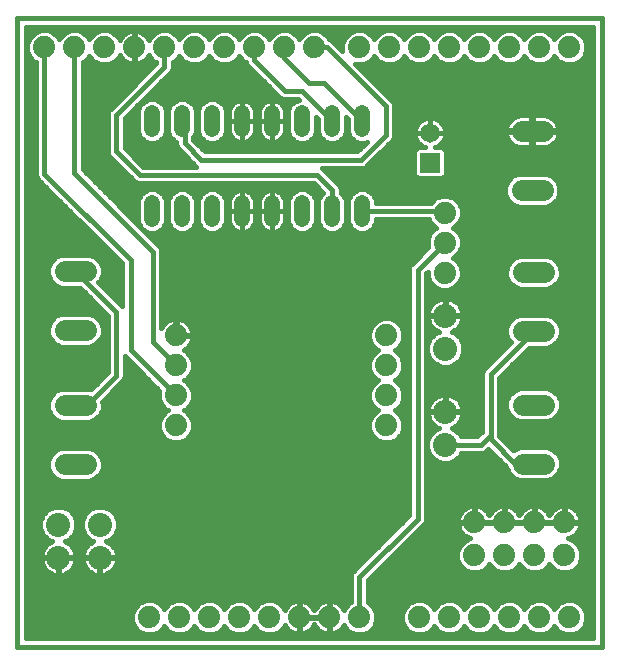
<source format=gbl>
G75*
%MOIN*%
%OFA0B0*%
%FSLAX25Y25*%
%IPPOS*%
%LPD*%
%AMOC8*
5,1,8,0,0,1.08239X$1,22.5*
%
%ADD10C,0.01600*%
%ADD11C,0.07400*%
%ADD12C,0.05200*%
%ADD13C,0.07050*%
%ADD14C,0.08000*%
%ADD15R,0.06500X0.06500*%
%ADD16C,0.06500*%
D10*
X0093524Y0001800D02*
X0093524Y0211249D01*
X0288406Y0211249D01*
X0288406Y0001800D01*
X0093524Y0001800D01*
X0096324Y0004600D02*
X0096324Y0208449D01*
X0285606Y0208449D01*
X0285606Y0004600D01*
X0096324Y0004600D01*
X0096324Y0004800D02*
X0285606Y0004800D01*
X0285606Y0006399D02*
X0279854Y0006399D01*
X0280752Y0006771D02*
X0278657Y0005903D01*
X0276390Y0005903D01*
X0274295Y0006771D01*
X0272691Y0008374D01*
X0272524Y0008779D01*
X0272356Y0008374D01*
X0270752Y0006771D01*
X0268657Y0005903D01*
X0266390Y0005903D01*
X0264295Y0006771D01*
X0262691Y0008374D01*
X0262524Y0008779D01*
X0262356Y0008374D01*
X0260752Y0006771D01*
X0258657Y0005903D01*
X0256390Y0005903D01*
X0254295Y0006771D01*
X0252691Y0008374D01*
X0252524Y0008779D01*
X0252356Y0008374D01*
X0250752Y0006771D01*
X0248657Y0005903D01*
X0246390Y0005903D01*
X0244295Y0006771D01*
X0242691Y0008374D01*
X0242524Y0008779D01*
X0242356Y0008374D01*
X0240752Y0006771D01*
X0238657Y0005903D01*
X0236390Y0005903D01*
X0234295Y0006771D01*
X0232691Y0008374D01*
X0232524Y0008779D01*
X0232356Y0008374D01*
X0230752Y0006771D01*
X0228657Y0005903D01*
X0226390Y0005903D01*
X0224295Y0006771D01*
X0222691Y0008374D01*
X0221824Y0010469D01*
X0221824Y0012737D01*
X0222691Y0014832D01*
X0224295Y0016435D01*
X0226390Y0017303D01*
X0228657Y0017303D01*
X0230752Y0016435D01*
X0232356Y0014832D01*
X0232524Y0014427D01*
X0232691Y0014832D01*
X0234295Y0016435D01*
X0236390Y0017303D01*
X0238657Y0017303D01*
X0240752Y0016435D01*
X0242356Y0014832D01*
X0242524Y0014427D01*
X0242691Y0014832D01*
X0244295Y0016435D01*
X0246390Y0017303D01*
X0248657Y0017303D01*
X0250752Y0016435D01*
X0252356Y0014832D01*
X0252524Y0014427D01*
X0252691Y0014832D01*
X0254295Y0016435D01*
X0256390Y0017303D01*
X0258657Y0017303D01*
X0260752Y0016435D01*
X0262356Y0014832D01*
X0262524Y0014427D01*
X0262691Y0014832D01*
X0264295Y0016435D01*
X0266390Y0017303D01*
X0268657Y0017303D01*
X0270752Y0016435D01*
X0272356Y0014832D01*
X0272524Y0014427D01*
X0272691Y0014832D01*
X0274295Y0016435D01*
X0276390Y0017303D01*
X0278657Y0017303D01*
X0280752Y0016435D01*
X0282356Y0014832D01*
X0283224Y0012737D01*
X0283224Y0010469D01*
X0282356Y0008374D01*
X0280752Y0006771D01*
X0281979Y0007997D02*
X0285606Y0007997D01*
X0285606Y0009596D02*
X0282862Y0009596D01*
X0283224Y0011194D02*
X0285606Y0011194D01*
X0285606Y0012793D02*
X0283201Y0012793D01*
X0282538Y0014391D02*
X0285606Y0014391D01*
X0285606Y0015990D02*
X0281198Y0015990D01*
X0285606Y0017588D02*
X0210324Y0017588D01*
X0210324Y0016613D02*
X0210324Y0023892D01*
X0229362Y0042930D01*
X0229788Y0043960D01*
X0229788Y0126270D01*
X0230343Y0126825D01*
X0230343Y0125351D01*
X0231211Y0123256D01*
X0232815Y0121653D01*
X0234909Y0120785D01*
X0237177Y0120785D01*
X0239272Y0121653D01*
X0240876Y0123256D01*
X0241743Y0125351D01*
X0241743Y0127619D01*
X0240876Y0129714D01*
X0239272Y0131317D01*
X0238867Y0131485D01*
X0239272Y0131653D01*
X0240876Y0133256D01*
X0241743Y0135351D01*
X0241743Y0137619D01*
X0240876Y0139714D01*
X0239272Y0141317D01*
X0238867Y0141485D01*
X0239272Y0141653D01*
X0240876Y0143256D01*
X0241743Y0145351D01*
X0241743Y0147619D01*
X0240876Y0149714D01*
X0239272Y0151317D01*
X0237177Y0152185D01*
X0234909Y0152185D01*
X0232815Y0151317D01*
X0231333Y0149836D01*
X0213045Y0149836D01*
X0213045Y0150551D01*
X0212345Y0152242D01*
X0211051Y0153536D01*
X0209360Y0154236D01*
X0207530Y0154236D01*
X0205839Y0153536D01*
X0204545Y0152242D01*
X0203845Y0150551D01*
X0203845Y0143521D01*
X0204545Y0141831D01*
X0205839Y0140537D01*
X0207530Y0139836D01*
X0209360Y0139836D01*
X0211051Y0140537D01*
X0212345Y0141831D01*
X0213045Y0143521D01*
X0213045Y0144236D01*
X0230805Y0144236D01*
X0231211Y0143256D01*
X0232815Y0141653D01*
X0233220Y0141485D01*
X0232815Y0141317D01*
X0231211Y0139714D01*
X0230343Y0137619D01*
X0230343Y0135351D01*
X0230521Y0134922D01*
X0225402Y0129804D01*
X0224614Y0129016D01*
X0224188Y0127987D01*
X0224188Y0045676D01*
X0205938Y0027426D01*
X0205150Y0026638D01*
X0204724Y0025609D01*
X0204724Y0016613D01*
X0204295Y0016435D01*
X0202691Y0014832D01*
X0202404Y0014139D01*
X0202228Y0014486D01*
X0201719Y0015186D01*
X0201107Y0015798D01*
X0200406Y0016307D01*
X0199635Y0016700D01*
X0198812Y0016968D01*
X0197956Y0017103D01*
X0197724Y0017103D01*
X0197724Y0011803D01*
X0197324Y0011803D01*
X0197324Y0017103D01*
X0197091Y0017103D01*
X0196236Y0016968D01*
X0195412Y0016700D01*
X0194641Y0016307D01*
X0193941Y0015798D01*
X0193328Y0015186D01*
X0192820Y0014486D01*
X0192524Y0013905D01*
X0192228Y0014486D01*
X0191719Y0015186D01*
X0191107Y0015798D01*
X0190406Y0016307D01*
X0189635Y0016700D01*
X0188812Y0016968D01*
X0187956Y0017103D01*
X0187724Y0017103D01*
X0187724Y0011803D01*
X0197324Y0011803D01*
X0197324Y0011403D01*
X0197724Y0011403D01*
X0197724Y0006103D01*
X0197956Y0006103D01*
X0198812Y0006239D01*
X0199635Y0006506D01*
X0200406Y0006899D01*
X0201107Y0007408D01*
X0201719Y0008020D01*
X0202228Y0008721D01*
X0202404Y0009067D01*
X0202691Y0008374D01*
X0204295Y0006771D01*
X0206390Y0005903D01*
X0208657Y0005903D01*
X0210752Y0006771D01*
X0212356Y0008374D01*
X0213224Y0010469D01*
X0213224Y0012737D01*
X0212356Y0014832D01*
X0210752Y0016435D01*
X0210324Y0016613D01*
X0211198Y0015990D02*
X0223849Y0015990D01*
X0222509Y0014391D02*
X0212538Y0014391D01*
X0213201Y0012793D02*
X0221847Y0012793D01*
X0221824Y0011194D02*
X0213224Y0011194D01*
X0212862Y0009596D02*
X0222185Y0009596D01*
X0223069Y0007997D02*
X0211979Y0007997D01*
X0209854Y0006399D02*
X0225193Y0006399D01*
X0229854Y0006399D02*
X0235193Y0006399D01*
X0233069Y0007997D02*
X0231979Y0007997D01*
X0239854Y0006399D02*
X0245193Y0006399D01*
X0243069Y0007997D02*
X0241979Y0007997D01*
X0249854Y0006399D02*
X0255193Y0006399D01*
X0253069Y0007997D02*
X0251979Y0007997D01*
X0259854Y0006399D02*
X0265193Y0006399D01*
X0263069Y0007997D02*
X0261979Y0007997D01*
X0269854Y0006399D02*
X0275193Y0006399D01*
X0273069Y0007997D02*
X0271979Y0007997D01*
X0271198Y0015990D02*
X0273849Y0015990D01*
X0263849Y0015990D02*
X0261198Y0015990D01*
X0253849Y0015990D02*
X0251198Y0015990D01*
X0243849Y0015990D02*
X0241198Y0015990D01*
X0233849Y0015990D02*
X0231198Y0015990D01*
X0242657Y0027480D02*
X0244752Y0026612D01*
X0247020Y0026612D01*
X0249115Y0027480D01*
X0250718Y0029083D01*
X0250886Y0029488D01*
X0251054Y0029083D01*
X0252657Y0027480D01*
X0254752Y0026612D01*
X0257020Y0026612D01*
X0259115Y0027480D01*
X0260718Y0029083D01*
X0260886Y0029488D01*
X0261054Y0029083D01*
X0262657Y0027480D01*
X0264752Y0026612D01*
X0267020Y0026612D01*
X0269115Y0027480D01*
X0270718Y0029083D01*
X0270886Y0029488D01*
X0271054Y0029083D01*
X0272657Y0027480D01*
X0274752Y0026612D01*
X0277020Y0026612D01*
X0279115Y0027480D01*
X0280718Y0029083D01*
X0281586Y0031178D01*
X0281586Y0033446D01*
X0280718Y0035541D01*
X0279115Y0037144D01*
X0277134Y0037965D01*
X0277174Y0037971D01*
X0277997Y0038238D01*
X0278768Y0038631D01*
X0279469Y0039140D01*
X0280081Y0039752D01*
X0280590Y0040453D01*
X0280983Y0041224D01*
X0281250Y0042048D01*
X0281386Y0042903D01*
X0281386Y0043135D01*
X0276086Y0043135D01*
X0276086Y0043535D01*
X0281386Y0043535D01*
X0281386Y0043768D01*
X0281250Y0044623D01*
X0280983Y0045447D01*
X0280590Y0046218D01*
X0280081Y0046918D01*
X0279469Y0047531D01*
X0278768Y0048039D01*
X0277997Y0048432D01*
X0277174Y0048700D01*
X0276319Y0048835D01*
X0276086Y0048835D01*
X0276086Y0043536D01*
X0275686Y0043536D01*
X0275686Y0048835D01*
X0275453Y0048835D01*
X0274598Y0048700D01*
X0273775Y0048432D01*
X0273003Y0048039D01*
X0272303Y0047531D01*
X0271691Y0046918D01*
X0271182Y0046218D01*
X0270886Y0045637D01*
X0270590Y0046218D01*
X0270081Y0046918D01*
X0269469Y0047531D01*
X0268768Y0048039D01*
X0267997Y0048432D01*
X0267174Y0048700D01*
X0266319Y0048835D01*
X0266086Y0048835D01*
X0266086Y0043536D01*
X0265686Y0043536D01*
X0265686Y0048835D01*
X0265453Y0048835D01*
X0264598Y0048700D01*
X0263775Y0048432D01*
X0263003Y0048039D01*
X0262303Y0047531D01*
X0261691Y0046918D01*
X0261182Y0046218D01*
X0260886Y0045637D01*
X0260590Y0046218D01*
X0260081Y0046918D01*
X0259469Y0047531D01*
X0258768Y0048039D01*
X0257997Y0048432D01*
X0257174Y0048700D01*
X0256319Y0048835D01*
X0256086Y0048835D01*
X0256086Y0043536D01*
X0255686Y0043536D01*
X0255686Y0048835D01*
X0255453Y0048835D01*
X0254598Y0048700D01*
X0253775Y0048432D01*
X0253003Y0048039D01*
X0252303Y0047531D01*
X0251691Y0046918D01*
X0251182Y0046218D01*
X0250886Y0045637D01*
X0250590Y0046218D01*
X0250081Y0046918D01*
X0249469Y0047531D01*
X0248768Y0048039D01*
X0247997Y0048432D01*
X0247174Y0048700D01*
X0246319Y0048835D01*
X0246086Y0048835D01*
X0246086Y0043536D01*
X0245686Y0043536D01*
X0245686Y0048835D01*
X0245453Y0048835D01*
X0244598Y0048700D01*
X0243775Y0048432D01*
X0243003Y0048039D01*
X0242303Y0047531D01*
X0241691Y0046918D01*
X0241182Y0046218D01*
X0240789Y0045447D01*
X0240521Y0044623D01*
X0240386Y0043768D01*
X0240386Y0043535D01*
X0245686Y0043535D01*
X0245686Y0043135D01*
X0240386Y0043135D01*
X0240386Y0042903D01*
X0240521Y0042048D01*
X0240789Y0041224D01*
X0241182Y0040453D01*
X0241691Y0039752D01*
X0242303Y0039140D01*
X0243003Y0038631D01*
X0243775Y0038238D01*
X0244598Y0037971D01*
X0244638Y0037965D01*
X0242657Y0037144D01*
X0241054Y0035541D01*
X0240186Y0033446D01*
X0240186Y0031178D01*
X0241054Y0029083D01*
X0242657Y0027480D01*
X0243382Y0027179D02*
X0213611Y0027179D01*
X0212012Y0025581D02*
X0285606Y0025581D01*
X0285606Y0027179D02*
X0278390Y0027179D01*
X0280413Y0028778D02*
X0285606Y0028778D01*
X0285606Y0030376D02*
X0281254Y0030376D01*
X0281586Y0031975D02*
X0285606Y0031975D01*
X0285606Y0033573D02*
X0281533Y0033573D01*
X0280871Y0035172D02*
X0285606Y0035172D01*
X0285606Y0036770D02*
X0279488Y0036770D01*
X0278253Y0038369D02*
X0285606Y0038369D01*
X0285606Y0039967D02*
X0280237Y0039967D01*
X0281094Y0041566D02*
X0285606Y0041566D01*
X0285606Y0043164D02*
X0276086Y0043164D01*
X0275686Y0043164D02*
X0266086Y0043164D01*
X0266086Y0043135D02*
X0266086Y0043535D01*
X0275686Y0043535D01*
X0275686Y0043135D01*
X0270386Y0043135D01*
X0266086Y0043135D01*
X0265686Y0043135D02*
X0260386Y0043135D01*
X0256086Y0043135D01*
X0256086Y0043535D01*
X0265686Y0043535D01*
X0265686Y0043135D01*
X0265686Y0043164D02*
X0256086Y0043164D01*
X0255686Y0043164D02*
X0246086Y0043164D01*
X0246086Y0043135D02*
X0246086Y0043535D01*
X0255686Y0043535D01*
X0255686Y0043135D01*
X0251386Y0043135D01*
X0246086Y0043135D01*
X0245686Y0043164D02*
X0229459Y0043164D01*
X0229788Y0044763D02*
X0240567Y0044763D01*
X0241286Y0046361D02*
X0229788Y0046361D01*
X0229788Y0047960D02*
X0242894Y0047960D01*
X0245686Y0047960D02*
X0246086Y0047960D01*
X0246086Y0046361D02*
X0245686Y0046361D01*
X0245686Y0044763D02*
X0246086Y0044763D01*
X0250486Y0046361D02*
X0251286Y0046361D01*
X0252894Y0047960D02*
X0248878Y0047960D01*
X0255686Y0047960D02*
X0256086Y0047960D01*
X0256086Y0046361D02*
X0255686Y0046361D01*
X0255686Y0044763D02*
X0256086Y0044763D01*
X0258878Y0047960D02*
X0262894Y0047960D01*
X0261286Y0046361D02*
X0260486Y0046361D01*
X0265686Y0046361D02*
X0266086Y0046361D01*
X0266086Y0044763D02*
X0265686Y0044763D01*
X0265686Y0047960D02*
X0266086Y0047960D01*
X0268878Y0047960D02*
X0272894Y0047960D01*
X0271286Y0046361D02*
X0270486Y0046361D01*
X0275686Y0046361D02*
X0276086Y0046361D01*
X0276086Y0044763D02*
X0275686Y0044763D01*
X0280486Y0046361D02*
X0285606Y0046361D01*
X0285606Y0044763D02*
X0281205Y0044763D01*
X0278878Y0047960D02*
X0285606Y0047960D01*
X0285606Y0049558D02*
X0229788Y0049558D01*
X0229788Y0051157D02*
X0285606Y0051157D01*
X0285606Y0052756D02*
X0229788Y0052756D01*
X0229788Y0054354D02*
X0285606Y0054354D01*
X0285606Y0055953D02*
X0229788Y0055953D01*
X0229788Y0057551D02*
X0260416Y0057551D01*
X0261026Y0057299D02*
X0270274Y0057299D01*
X0272304Y0058140D01*
X0273858Y0059694D01*
X0274700Y0061725D01*
X0274700Y0063923D01*
X0273858Y0065953D01*
X0272304Y0067507D01*
X0270274Y0068349D01*
X0261026Y0068349D01*
X0258995Y0067507D01*
X0258870Y0067382D01*
X0254198Y0072054D01*
X0254198Y0091506D01*
X0264084Y0101393D01*
X0270274Y0101393D01*
X0272304Y0102234D01*
X0273858Y0103788D01*
X0274700Y0105819D01*
X0274700Y0108017D01*
X0273858Y0110048D01*
X0272304Y0111602D01*
X0270274Y0112443D01*
X0261026Y0112443D01*
X0258995Y0111602D01*
X0257441Y0110048D01*
X0256600Y0108017D01*
X0256600Y0105819D01*
X0257441Y0103788D01*
X0258000Y0103229D01*
X0249812Y0095040D01*
X0249024Y0094252D01*
X0248598Y0093223D01*
X0248598Y0073629D01*
X0246903Y0071935D01*
X0241575Y0071935D01*
X0241327Y0072533D01*
X0239639Y0074221D01*
X0238395Y0074736D01*
X0238467Y0074760D01*
X0239280Y0075174D01*
X0240019Y0075711D01*
X0240664Y0076356D01*
X0241201Y0077095D01*
X0241615Y0077908D01*
X0241897Y0078776D01*
X0242040Y0079678D01*
X0242040Y0079935D01*
X0236440Y0079935D01*
X0236440Y0080335D01*
X0236040Y0080335D01*
X0236040Y0085935D01*
X0235784Y0085935D01*
X0234882Y0085792D01*
X0234014Y0085510D01*
X0233200Y0085095D01*
X0232462Y0084559D01*
X0231816Y0083913D01*
X0231280Y0083175D01*
X0230865Y0082361D01*
X0230583Y0081493D01*
X0230440Y0080591D01*
X0230440Y0080335D01*
X0236040Y0080335D01*
X0236040Y0079935D01*
X0230440Y0079935D01*
X0230440Y0079678D01*
X0230583Y0078776D01*
X0230865Y0077908D01*
X0231280Y0077095D01*
X0231816Y0076356D01*
X0232462Y0075711D01*
X0233200Y0075174D01*
X0234014Y0074760D01*
X0234085Y0074736D01*
X0232841Y0074221D01*
X0231154Y0072533D01*
X0230240Y0070328D01*
X0230240Y0067941D01*
X0231154Y0065736D01*
X0232841Y0064048D01*
X0235047Y0063135D01*
X0237434Y0063135D01*
X0239639Y0064048D01*
X0241327Y0065736D01*
X0241575Y0066335D01*
X0248620Y0066335D01*
X0249649Y0066761D01*
X0250610Y0067722D01*
X0256600Y0061733D01*
X0256600Y0061725D01*
X0257441Y0059694D01*
X0258995Y0058140D01*
X0261026Y0057299D01*
X0257985Y0059150D02*
X0229788Y0059150D01*
X0229788Y0060748D02*
X0257004Y0060748D01*
X0255986Y0062347D02*
X0229788Y0062347D01*
X0229788Y0063945D02*
X0233090Y0063945D01*
X0231346Y0065544D02*
X0229788Y0065544D01*
X0229788Y0067142D02*
X0230571Y0067142D01*
X0230240Y0068741D02*
X0229788Y0068741D01*
X0229788Y0070339D02*
X0230245Y0070339D01*
X0229788Y0071938D02*
X0230907Y0071938D01*
X0229788Y0073536D02*
X0232156Y0073536D01*
X0233278Y0075135D02*
X0229788Y0075135D01*
X0229788Y0076733D02*
X0231542Y0076733D01*
X0230727Y0078332D02*
X0229788Y0078332D01*
X0229788Y0079930D02*
X0230440Y0079930D01*
X0230595Y0081529D02*
X0229788Y0081529D01*
X0229788Y0083127D02*
X0231255Y0083127D01*
X0232692Y0084726D02*
X0229788Y0084726D01*
X0229788Y0086324D02*
X0248598Y0086324D01*
X0248598Y0084726D02*
X0239789Y0084726D01*
X0240019Y0084559D02*
X0239280Y0085095D01*
X0238467Y0085510D01*
X0237598Y0085792D01*
X0236697Y0085935D01*
X0236440Y0085935D01*
X0236440Y0080335D01*
X0242040Y0080335D01*
X0242040Y0080591D01*
X0241897Y0081493D01*
X0241615Y0082361D01*
X0241201Y0083175D01*
X0240664Y0083913D01*
X0240019Y0084559D01*
X0241225Y0083127D02*
X0248598Y0083127D01*
X0248598Y0081529D02*
X0241886Y0081529D01*
X0242040Y0079930D02*
X0248598Y0079930D01*
X0248598Y0078332D02*
X0241753Y0078332D01*
X0240938Y0076733D02*
X0248598Y0076733D01*
X0248598Y0075135D02*
X0239203Y0075135D01*
X0240324Y0073536D02*
X0248505Y0073536D01*
X0246906Y0071938D02*
X0241573Y0071938D01*
X0236240Y0069135D02*
X0248063Y0069135D01*
X0251398Y0072469D01*
X0251398Y0070894D01*
X0259469Y0062824D01*
X0265650Y0062824D01*
X0257511Y0068741D02*
X0285606Y0068741D01*
X0285606Y0070339D02*
X0255913Y0070339D01*
X0254314Y0071938D02*
X0285606Y0071938D01*
X0285606Y0073536D02*
X0254198Y0073536D01*
X0254198Y0075135D02*
X0285606Y0075135D01*
X0285606Y0076733D02*
X0254198Y0076733D01*
X0254198Y0078332D02*
X0258488Y0078332D01*
X0258995Y0077825D02*
X0257441Y0079379D01*
X0256600Y0081410D01*
X0256600Y0083608D01*
X0257441Y0085638D01*
X0258995Y0087193D01*
X0261026Y0088034D01*
X0270274Y0088034D01*
X0272304Y0087193D01*
X0273858Y0085638D01*
X0274700Y0083608D01*
X0274700Y0081410D01*
X0273858Y0079379D01*
X0272304Y0077825D01*
X0270274Y0076984D01*
X0261026Y0076984D01*
X0258995Y0077825D01*
X0257212Y0079930D02*
X0254198Y0079930D01*
X0254198Y0081529D02*
X0256600Y0081529D01*
X0256600Y0083127D02*
X0254198Y0083127D01*
X0254198Y0084726D02*
X0257063Y0084726D01*
X0258127Y0086324D02*
X0254198Y0086324D01*
X0254198Y0087923D02*
X0260758Y0087923D01*
X0254198Y0089521D02*
X0285606Y0089521D01*
X0285606Y0087923D02*
X0270541Y0087923D01*
X0273173Y0086324D02*
X0285606Y0086324D01*
X0285606Y0084726D02*
X0274236Y0084726D01*
X0274700Y0083127D02*
X0285606Y0083127D01*
X0285606Y0081529D02*
X0274700Y0081529D01*
X0274087Y0079930D02*
X0285606Y0079930D01*
X0285606Y0078332D02*
X0272811Y0078332D01*
X0272670Y0067142D02*
X0285606Y0067142D01*
X0285606Y0065544D02*
X0274028Y0065544D01*
X0274690Y0063945D02*
X0285606Y0063945D01*
X0285606Y0062347D02*
X0274700Y0062347D01*
X0274295Y0060748D02*
X0285606Y0060748D01*
X0285606Y0059150D02*
X0273314Y0059150D01*
X0270883Y0057551D02*
X0285606Y0057551D01*
X0276086Y0047960D02*
X0275686Y0047960D01*
X0254387Y0063945D02*
X0239390Y0063945D01*
X0241134Y0065544D02*
X0252789Y0065544D01*
X0251190Y0067142D02*
X0250030Y0067142D01*
X0251398Y0072469D02*
X0251398Y0092666D01*
X0265650Y0106918D01*
X0271584Y0111900D02*
X0285606Y0111900D01*
X0285606Y0110302D02*
X0273604Y0110302D01*
X0274415Y0108703D02*
X0285606Y0108703D01*
X0285606Y0107105D02*
X0274700Y0107105D01*
X0274570Y0105506D02*
X0285606Y0105506D01*
X0285606Y0103908D02*
X0273908Y0103908D01*
X0272379Y0102309D02*
X0285606Y0102309D01*
X0285606Y0100711D02*
X0263402Y0100711D01*
X0261804Y0099112D02*
X0285606Y0099112D01*
X0285606Y0097514D02*
X0260205Y0097514D01*
X0258607Y0095915D02*
X0285606Y0095915D01*
X0285606Y0094317D02*
X0257008Y0094317D01*
X0255410Y0092718D02*
X0285606Y0092718D01*
X0285606Y0091120D02*
X0254198Y0091120D01*
X0248598Y0091120D02*
X0229788Y0091120D01*
X0229788Y0092718D02*
X0248598Y0092718D01*
X0249089Y0094317D02*
X0229788Y0094317D01*
X0229788Y0095915D02*
X0233371Y0095915D01*
X0232841Y0096135D02*
X0231154Y0097823D01*
X0230240Y0100028D01*
X0230240Y0102415D01*
X0231154Y0104620D01*
X0232841Y0106308D01*
X0234085Y0106823D01*
X0234014Y0106846D01*
X0233200Y0107261D01*
X0232462Y0107797D01*
X0231816Y0108443D01*
X0231280Y0109181D01*
X0230865Y0109995D01*
X0230583Y0110863D01*
X0230440Y0111765D01*
X0230440Y0112021D01*
X0236040Y0112021D01*
X0236040Y0112421D01*
X0230440Y0112421D01*
X0230440Y0112678D01*
X0230583Y0113579D01*
X0230865Y0114448D01*
X0231280Y0115261D01*
X0231816Y0116000D01*
X0232462Y0116645D01*
X0233200Y0117182D01*
X0234014Y0117596D01*
X0234882Y0117878D01*
X0235784Y0118021D01*
X0236040Y0118021D01*
X0236040Y0112421D01*
X0236440Y0112421D01*
X0242040Y0112421D01*
X0242040Y0112678D01*
X0241897Y0113579D01*
X0241615Y0114448D01*
X0241201Y0115261D01*
X0240664Y0116000D01*
X0240019Y0116645D01*
X0239280Y0117182D01*
X0238467Y0117596D01*
X0237598Y0117878D01*
X0236697Y0118021D01*
X0236440Y0118021D01*
X0236440Y0112421D01*
X0236440Y0112021D01*
X0242040Y0112021D01*
X0242040Y0111765D01*
X0241897Y0110863D01*
X0241615Y0109995D01*
X0241201Y0109181D01*
X0240664Y0108443D01*
X0240019Y0107797D01*
X0239280Y0107261D01*
X0238467Y0106846D01*
X0238395Y0106823D01*
X0239639Y0106308D01*
X0241327Y0104620D01*
X0242240Y0102415D01*
X0242240Y0100028D01*
X0241327Y0097823D01*
X0239639Y0096135D01*
X0237434Y0095221D01*
X0235047Y0095221D01*
X0232841Y0096135D01*
X0231462Y0097514D02*
X0229788Y0097514D01*
X0229788Y0099112D02*
X0230619Y0099112D01*
X0230240Y0100711D02*
X0229788Y0100711D01*
X0229788Y0102309D02*
X0230240Y0102309D01*
X0229788Y0103908D02*
X0230859Y0103908D01*
X0229788Y0105506D02*
X0232040Y0105506D01*
X0233506Y0107105D02*
X0229788Y0107105D01*
X0229788Y0108703D02*
X0231627Y0108703D01*
X0230765Y0110302D02*
X0229788Y0110302D01*
X0229788Y0111900D02*
X0230440Y0111900D01*
X0230570Y0113499D02*
X0229788Y0113499D01*
X0229788Y0115097D02*
X0231196Y0115097D01*
X0232532Y0116696D02*
X0229788Y0116696D01*
X0229788Y0118294D02*
X0285606Y0118294D01*
X0285606Y0116696D02*
X0239949Y0116696D01*
X0241284Y0115097D02*
X0285606Y0115097D01*
X0285606Y0113499D02*
X0241910Y0113499D01*
X0242040Y0111900D02*
X0259716Y0111900D01*
X0257695Y0110302D02*
X0241715Y0110302D01*
X0240853Y0108703D02*
X0256884Y0108703D01*
X0256600Y0107105D02*
X0238974Y0107105D01*
X0240440Y0105506D02*
X0256729Y0105506D01*
X0257391Y0103908D02*
X0241622Y0103908D01*
X0242240Y0102309D02*
X0257081Y0102309D01*
X0255483Y0100711D02*
X0242240Y0100711D01*
X0241861Y0099112D02*
X0253884Y0099112D01*
X0252286Y0097514D02*
X0241018Y0097514D01*
X0239109Y0095915D02*
X0250687Y0095915D01*
X0248598Y0089521D02*
X0229788Y0089521D01*
X0229788Y0087923D02*
X0248598Y0087923D01*
X0236440Y0084726D02*
X0236040Y0084726D01*
X0236040Y0083127D02*
X0236440Y0083127D01*
X0236440Y0081529D02*
X0236040Y0081529D01*
X0224188Y0081529D02*
X0220526Y0081529D01*
X0219784Y0080787D02*
X0221387Y0082390D01*
X0222255Y0084485D01*
X0222255Y0086753D01*
X0221387Y0088848D01*
X0219784Y0090451D01*
X0219379Y0090619D01*
X0219784Y0090787D01*
X0221387Y0092390D01*
X0222255Y0094485D01*
X0222255Y0096753D01*
X0221387Y0098848D01*
X0219784Y0100451D01*
X0219379Y0100619D01*
X0219784Y0100787D01*
X0221387Y0102390D01*
X0222255Y0104485D01*
X0222255Y0106753D01*
X0221387Y0108848D01*
X0219784Y0110451D01*
X0217689Y0111319D01*
X0215421Y0111319D01*
X0213326Y0110451D01*
X0211723Y0108848D01*
X0210855Y0106753D01*
X0210855Y0104485D01*
X0211723Y0102390D01*
X0213326Y0100787D01*
X0213731Y0100619D01*
X0213326Y0100451D01*
X0211723Y0098848D01*
X0210855Y0096753D01*
X0210855Y0094485D01*
X0211723Y0092390D01*
X0213326Y0090787D01*
X0213731Y0090619D01*
X0213326Y0090451D01*
X0211723Y0088848D01*
X0210855Y0086753D01*
X0210855Y0084485D01*
X0211723Y0082390D01*
X0213326Y0080787D01*
X0213731Y0080619D01*
X0213326Y0080451D01*
X0211723Y0078848D01*
X0210855Y0076753D01*
X0210855Y0074485D01*
X0211723Y0072390D01*
X0213326Y0070787D01*
X0215421Y0069919D01*
X0217689Y0069919D01*
X0219784Y0070787D01*
X0221387Y0072390D01*
X0222255Y0074485D01*
X0222255Y0076753D01*
X0221387Y0078848D01*
X0219784Y0080451D01*
X0219379Y0080619D01*
X0219784Y0080787D01*
X0220305Y0079930D02*
X0224188Y0079930D01*
X0224188Y0078332D02*
X0221601Y0078332D01*
X0222255Y0076733D02*
X0224188Y0076733D01*
X0224188Y0075135D02*
X0222255Y0075135D01*
X0221862Y0073536D02*
X0224188Y0073536D01*
X0224188Y0071938D02*
X0220935Y0071938D01*
X0218703Y0070339D02*
X0224188Y0070339D01*
X0224188Y0068741D02*
X0096324Y0068741D01*
X0096324Y0070339D02*
X0144328Y0070339D01*
X0145343Y0069919D02*
X0147610Y0069919D01*
X0149705Y0070787D01*
X0151309Y0072390D01*
X0152176Y0074485D01*
X0152176Y0076753D01*
X0151309Y0078848D01*
X0149705Y0080451D01*
X0149300Y0080619D01*
X0149705Y0080787D01*
X0151309Y0082390D01*
X0152176Y0084485D01*
X0152176Y0086753D01*
X0151309Y0088848D01*
X0149705Y0090451D01*
X0149300Y0090619D01*
X0149705Y0090787D01*
X0151309Y0092390D01*
X0152176Y0094485D01*
X0152176Y0096753D01*
X0151309Y0098848D01*
X0149705Y0100451D01*
X0149012Y0100738D01*
X0149359Y0100915D01*
X0150059Y0101424D01*
X0150672Y0102036D01*
X0151180Y0102736D01*
X0151573Y0103508D01*
X0151841Y0104331D01*
X0151976Y0105186D01*
X0151976Y0105419D01*
X0146676Y0105419D01*
X0146676Y0105819D01*
X0146276Y0105819D01*
X0146276Y0111119D01*
X0146044Y0111119D01*
X0145188Y0110983D01*
X0144365Y0110716D01*
X0143594Y0110323D01*
X0142893Y0109814D01*
X0142281Y0109202D01*
X0141772Y0108502D01*
X0141599Y0108162D01*
X0141599Y0134050D01*
X0141173Y0135079D01*
X0115324Y0160928D01*
X0115324Y0196593D01*
X0115752Y0196771D01*
X0117356Y0198374D01*
X0117524Y0198779D01*
X0117691Y0198374D01*
X0119295Y0196771D01*
X0121390Y0195903D01*
X0123657Y0195903D01*
X0125752Y0196771D01*
X0127356Y0198374D01*
X0127643Y0199067D01*
X0127820Y0198721D01*
X0128328Y0198020D01*
X0128941Y0197408D01*
X0129641Y0196899D01*
X0130412Y0196506D01*
X0131236Y0196239D01*
X0132091Y0196103D01*
X0132324Y0196103D01*
X0132324Y0201403D01*
X0132724Y0201403D01*
X0132724Y0196103D01*
X0132956Y0196103D01*
X0133812Y0196239D01*
X0134635Y0196506D01*
X0135406Y0196899D01*
X0136107Y0197408D01*
X0136719Y0198020D01*
X0137228Y0198721D01*
X0137404Y0199067D01*
X0137691Y0198374D01*
X0139295Y0196771D01*
X0139724Y0196593D01*
X0139724Y0196251D01*
X0125008Y0181536D01*
X0124221Y0180748D01*
X0123794Y0179719D01*
X0123794Y0166401D01*
X0124221Y0165371D01*
X0132095Y0157497D01*
X0132882Y0156710D01*
X0133912Y0156283D01*
X0192364Y0156283D01*
X0195475Y0153172D01*
X0194545Y0152242D01*
X0193845Y0150551D01*
X0193845Y0143521D01*
X0194545Y0141831D01*
X0195839Y0140537D01*
X0197530Y0139836D01*
X0199360Y0139836D01*
X0201051Y0140537D01*
X0202345Y0141831D01*
X0203045Y0143521D01*
X0203045Y0150551D01*
X0202345Y0152242D01*
X0201442Y0153145D01*
X0201442Y0154522D01*
X0201015Y0155551D01*
X0200228Y0156339D01*
X0195897Y0160670D01*
X0195165Y0161402D01*
X0208648Y0161402D01*
X0209677Y0161828D01*
X0210464Y0162616D01*
X0218732Y0170883D01*
X0219158Y0171912D01*
X0219158Y0182475D01*
X0218732Y0183504D01*
X0217944Y0184292D01*
X0206293Y0195943D01*
X0206390Y0195903D01*
X0208657Y0195903D01*
X0210752Y0196771D01*
X0212356Y0198374D01*
X0212524Y0198779D01*
X0212691Y0198374D01*
X0214295Y0196771D01*
X0216390Y0195903D01*
X0218657Y0195903D01*
X0220752Y0196771D01*
X0222356Y0198374D01*
X0222524Y0198779D01*
X0222691Y0198374D01*
X0224295Y0196771D01*
X0226390Y0195903D01*
X0228657Y0195903D01*
X0230752Y0196771D01*
X0232356Y0198374D01*
X0232524Y0198779D01*
X0232691Y0198374D01*
X0234295Y0196771D01*
X0236390Y0195903D01*
X0238657Y0195903D01*
X0240752Y0196771D01*
X0242356Y0198374D01*
X0242524Y0198779D01*
X0242691Y0198374D01*
X0244295Y0196771D01*
X0246390Y0195903D01*
X0248657Y0195903D01*
X0250752Y0196771D01*
X0252356Y0198374D01*
X0252524Y0198779D01*
X0252691Y0198374D01*
X0254295Y0196771D01*
X0256390Y0195903D01*
X0258657Y0195903D01*
X0260752Y0196771D01*
X0262356Y0198374D01*
X0262524Y0198779D01*
X0262691Y0198374D01*
X0264295Y0196771D01*
X0266390Y0195903D01*
X0268657Y0195903D01*
X0270752Y0196771D01*
X0272356Y0198374D01*
X0272524Y0198779D01*
X0272691Y0198374D01*
X0274295Y0196771D01*
X0276390Y0195903D01*
X0278657Y0195903D01*
X0280752Y0196771D01*
X0282356Y0198374D01*
X0283224Y0200469D01*
X0283224Y0202737D01*
X0282356Y0204832D01*
X0280752Y0206435D01*
X0278657Y0207303D01*
X0276390Y0207303D01*
X0274295Y0206435D01*
X0272691Y0204832D01*
X0272524Y0204427D01*
X0272356Y0204832D01*
X0270752Y0206435D01*
X0268657Y0207303D01*
X0266390Y0207303D01*
X0264295Y0206435D01*
X0262691Y0204832D01*
X0262524Y0204427D01*
X0262356Y0204832D01*
X0260752Y0206435D01*
X0258657Y0207303D01*
X0256390Y0207303D01*
X0254295Y0206435D01*
X0252691Y0204832D01*
X0252524Y0204427D01*
X0252356Y0204832D01*
X0250752Y0206435D01*
X0248657Y0207303D01*
X0246390Y0207303D01*
X0244295Y0206435D01*
X0242691Y0204832D01*
X0242524Y0204427D01*
X0242356Y0204832D01*
X0240752Y0206435D01*
X0238657Y0207303D01*
X0236390Y0207303D01*
X0234295Y0206435D01*
X0232691Y0204832D01*
X0232524Y0204427D01*
X0232356Y0204832D01*
X0230752Y0206435D01*
X0228657Y0207303D01*
X0226390Y0207303D01*
X0224295Y0206435D01*
X0222691Y0204832D01*
X0222524Y0204427D01*
X0222356Y0204832D01*
X0220752Y0206435D01*
X0218657Y0207303D01*
X0216390Y0207303D01*
X0214295Y0206435D01*
X0212691Y0204832D01*
X0212524Y0204427D01*
X0212356Y0204832D01*
X0210752Y0206435D01*
X0208657Y0207303D01*
X0206390Y0207303D01*
X0204295Y0206435D01*
X0202691Y0204832D01*
X0201824Y0202737D01*
X0201824Y0200469D01*
X0201864Y0200372D01*
X0198259Y0203977D01*
X0197596Y0204251D01*
X0197356Y0204832D01*
X0195752Y0206435D01*
X0193657Y0207303D01*
X0191390Y0207303D01*
X0189295Y0206435D01*
X0187691Y0204832D01*
X0187524Y0204427D01*
X0187356Y0204832D01*
X0185752Y0206435D01*
X0183657Y0207303D01*
X0181390Y0207303D01*
X0179295Y0206435D01*
X0177691Y0204832D01*
X0177524Y0204427D01*
X0177356Y0204832D01*
X0175752Y0206435D01*
X0173657Y0207303D01*
X0171390Y0207303D01*
X0169295Y0206435D01*
X0167691Y0204832D01*
X0167524Y0204427D01*
X0167356Y0204832D01*
X0165752Y0206435D01*
X0163657Y0207303D01*
X0161390Y0207303D01*
X0159295Y0206435D01*
X0157691Y0204832D01*
X0157524Y0204427D01*
X0157356Y0204832D01*
X0155752Y0206435D01*
X0153657Y0207303D01*
X0151390Y0207303D01*
X0149295Y0206435D01*
X0147691Y0204832D01*
X0147524Y0204427D01*
X0147356Y0204832D01*
X0145752Y0206435D01*
X0143657Y0207303D01*
X0141390Y0207303D01*
X0139295Y0206435D01*
X0137691Y0204832D01*
X0137404Y0204139D01*
X0137228Y0204486D01*
X0136719Y0205186D01*
X0136107Y0205798D01*
X0135406Y0206307D01*
X0134635Y0206700D01*
X0133812Y0206968D01*
X0132956Y0207103D01*
X0132724Y0207103D01*
X0132724Y0201803D01*
X0132324Y0201803D01*
X0132324Y0207103D01*
X0132091Y0207103D01*
X0131236Y0206968D01*
X0130412Y0206700D01*
X0129641Y0206307D01*
X0128941Y0205798D01*
X0128328Y0205186D01*
X0127820Y0204486D01*
X0127643Y0204139D01*
X0127356Y0204832D01*
X0125752Y0206435D01*
X0123657Y0207303D01*
X0121390Y0207303D01*
X0119295Y0206435D01*
X0117691Y0204832D01*
X0117524Y0204427D01*
X0117356Y0204832D01*
X0115752Y0206435D01*
X0113657Y0207303D01*
X0111390Y0207303D01*
X0109295Y0206435D01*
X0107691Y0204832D01*
X0107524Y0204427D01*
X0107356Y0204832D01*
X0105752Y0206435D01*
X0103657Y0207303D01*
X0101390Y0207303D01*
X0099295Y0206435D01*
X0097691Y0204832D01*
X0096824Y0202737D01*
X0096824Y0200469D01*
X0097691Y0198374D01*
X0099295Y0196771D01*
X0099724Y0196593D01*
X0099724Y0158975D01*
X0100150Y0157946D01*
X0100938Y0157159D01*
X0128519Y0129577D01*
X0128519Y0115371D01*
X0128181Y0115709D01*
X0120582Y0123307D01*
X0121142Y0123867D01*
X0121983Y0125898D01*
X0121983Y0128096D01*
X0121142Y0130127D01*
X0119588Y0131681D01*
X0117557Y0132522D01*
X0108309Y0132522D01*
X0106278Y0131681D01*
X0104724Y0130127D01*
X0103883Y0128096D01*
X0103883Y0125898D01*
X0104724Y0123867D01*
X0106278Y0122313D01*
X0108309Y0121472D01*
X0114498Y0121472D01*
X0123794Y0112176D01*
X0123794Y0093314D01*
X0118095Y0087614D01*
X0117557Y0087837D01*
X0108309Y0087837D01*
X0106278Y0086996D01*
X0104724Y0085441D01*
X0103883Y0083411D01*
X0103883Y0081213D01*
X0104724Y0079182D01*
X0106278Y0077628D01*
X0108309Y0076787D01*
X0117557Y0076787D01*
X0119588Y0077628D01*
X0121142Y0079182D01*
X0121983Y0081213D01*
X0121983Y0083411D01*
X0121933Y0083533D01*
X0128968Y0090568D01*
X0129394Y0091597D01*
X0129394Y0098741D01*
X0129733Y0098403D01*
X0140954Y0087181D01*
X0140776Y0086753D01*
X0140776Y0084485D01*
X0141644Y0082390D01*
X0143248Y0080787D01*
X0143653Y0080619D01*
X0143248Y0080451D01*
X0141644Y0078848D01*
X0140776Y0076753D01*
X0140776Y0074485D01*
X0141644Y0072390D01*
X0143248Y0070787D01*
X0145343Y0069919D01*
X0148625Y0070339D02*
X0214407Y0070339D01*
X0212175Y0071938D02*
X0150856Y0071938D01*
X0151783Y0073536D02*
X0211248Y0073536D01*
X0210855Y0075135D02*
X0152176Y0075135D01*
X0152176Y0076733D02*
X0210855Y0076733D01*
X0211509Y0078332D02*
X0151522Y0078332D01*
X0150226Y0079930D02*
X0212805Y0079930D01*
X0212584Y0081529D02*
X0150447Y0081529D01*
X0151614Y0083127D02*
X0211418Y0083127D01*
X0210855Y0084726D02*
X0152176Y0084726D01*
X0152176Y0086324D02*
X0210855Y0086324D01*
X0211340Y0087923D02*
X0151692Y0087923D01*
X0150635Y0089521D02*
X0212396Y0089521D01*
X0212993Y0091120D02*
X0150038Y0091120D01*
X0151445Y0092718D02*
X0211587Y0092718D01*
X0210925Y0094317D02*
X0152107Y0094317D01*
X0152176Y0095915D02*
X0210855Y0095915D01*
X0211170Y0097514D02*
X0151861Y0097514D01*
X0151044Y0099112D02*
X0211988Y0099112D01*
X0213509Y0100711D02*
X0149078Y0100711D01*
X0150870Y0102309D02*
X0211804Y0102309D01*
X0211094Y0103908D02*
X0151703Y0103908D01*
X0151976Y0105819D02*
X0146676Y0105819D01*
X0146676Y0111119D01*
X0146909Y0111119D01*
X0147764Y0110983D01*
X0148588Y0110716D01*
X0149359Y0110323D01*
X0150059Y0109814D01*
X0150672Y0109202D01*
X0151180Y0108502D01*
X0151573Y0107730D01*
X0151841Y0106907D01*
X0151976Y0106052D01*
X0151976Y0105819D01*
X0151777Y0107105D02*
X0211001Y0107105D01*
X0210855Y0105506D02*
X0146676Y0105506D01*
X0146676Y0107105D02*
X0146276Y0107105D01*
X0146276Y0108703D02*
X0146676Y0108703D01*
X0146676Y0110302D02*
X0146276Y0110302D01*
X0143565Y0110302D02*
X0141599Y0110302D01*
X0141599Y0111900D02*
X0224188Y0111900D01*
X0224188Y0110302D02*
X0219933Y0110302D01*
X0221447Y0108703D02*
X0224188Y0108703D01*
X0224188Y0107105D02*
X0222109Y0107105D01*
X0222255Y0105506D02*
X0224188Y0105506D01*
X0224188Y0103908D02*
X0222016Y0103908D01*
X0221307Y0102309D02*
X0224188Y0102309D01*
X0224188Y0100711D02*
X0219601Y0100711D01*
X0221123Y0099112D02*
X0224188Y0099112D01*
X0224188Y0097514D02*
X0221940Y0097514D01*
X0222255Y0095915D02*
X0224188Y0095915D01*
X0224188Y0094317D02*
X0222185Y0094317D01*
X0221523Y0092718D02*
X0224188Y0092718D01*
X0224188Y0091120D02*
X0220117Y0091120D01*
X0220714Y0089521D02*
X0224188Y0089521D01*
X0224188Y0087923D02*
X0221770Y0087923D01*
X0222255Y0086324D02*
X0224188Y0086324D01*
X0224188Y0084726D02*
X0222255Y0084726D01*
X0221693Y0083127D02*
X0224188Y0083127D01*
X0224188Y0067142D02*
X0119756Y0067142D01*
X0119588Y0067311D02*
X0121142Y0065756D01*
X0121983Y0063726D01*
X0121983Y0061528D01*
X0121142Y0059497D01*
X0119588Y0057943D01*
X0117557Y0057102D01*
X0108309Y0057102D01*
X0106278Y0057943D01*
X0104724Y0059497D01*
X0103883Y0061528D01*
X0103883Y0063726D01*
X0104724Y0065756D01*
X0106278Y0067311D01*
X0108309Y0068152D01*
X0117557Y0068152D01*
X0119588Y0067311D01*
X0121230Y0065544D02*
X0224188Y0065544D01*
X0224188Y0063945D02*
X0121892Y0063945D01*
X0121983Y0062347D02*
X0224188Y0062347D01*
X0224188Y0060748D02*
X0121660Y0060748D01*
X0120794Y0059150D02*
X0224188Y0059150D01*
X0224188Y0057551D02*
X0118642Y0057551D01*
X0119889Y0048536D02*
X0117684Y0047623D01*
X0115996Y0045935D01*
X0115083Y0043730D01*
X0115083Y0041343D01*
X0115996Y0039137D01*
X0117684Y0037450D01*
X0118928Y0036934D01*
X0118856Y0036911D01*
X0118043Y0036497D01*
X0117304Y0035960D01*
X0116659Y0035315D01*
X0116122Y0034576D01*
X0115708Y0033763D01*
X0115425Y0032894D01*
X0115283Y0031993D01*
X0115283Y0031736D01*
X0120883Y0031736D01*
X0120883Y0031336D01*
X0121283Y0031336D01*
X0121283Y0031736D01*
X0126883Y0031736D01*
X0126883Y0031993D01*
X0126740Y0032894D01*
X0126458Y0033763D01*
X0126043Y0034576D01*
X0125507Y0035315D01*
X0124861Y0035960D01*
X0124123Y0036497D01*
X0123309Y0036911D01*
X0123238Y0036934D01*
X0124481Y0037450D01*
X0126169Y0039137D01*
X0127083Y0041343D01*
X0127083Y0043730D01*
X0126169Y0045935D01*
X0124481Y0047623D01*
X0122276Y0048536D01*
X0119889Y0048536D01*
X0118498Y0047960D02*
X0109888Y0047960D01*
X0110702Y0047623D02*
X0108497Y0048536D01*
X0106110Y0048536D01*
X0103904Y0047623D01*
X0102217Y0045935D01*
X0101303Y0043730D01*
X0101303Y0041343D01*
X0102217Y0039137D01*
X0103904Y0037450D01*
X0105148Y0036934D01*
X0105077Y0036911D01*
X0104263Y0036497D01*
X0103525Y0035960D01*
X0102879Y0035315D01*
X0102343Y0034576D01*
X0101928Y0033763D01*
X0101646Y0032894D01*
X0101503Y0031993D01*
X0101503Y0031736D01*
X0107103Y0031736D01*
X0107103Y0031336D01*
X0107503Y0031336D01*
X0107503Y0025736D01*
X0107760Y0025736D01*
X0108661Y0025879D01*
X0109530Y0026161D01*
X0110343Y0026576D01*
X0111082Y0027112D01*
X0111727Y0027758D01*
X0112264Y0028496D01*
X0112678Y0029310D01*
X0112960Y0030178D01*
X0113103Y0031080D01*
X0113103Y0031336D01*
X0107503Y0031336D01*
X0107503Y0031736D01*
X0113103Y0031736D01*
X0113103Y0031993D01*
X0112960Y0032894D01*
X0112678Y0033763D01*
X0112264Y0034576D01*
X0111727Y0035315D01*
X0111082Y0035960D01*
X0110343Y0036497D01*
X0109530Y0036911D01*
X0109458Y0036934D01*
X0110702Y0037450D01*
X0112390Y0039137D01*
X0113303Y0041343D01*
X0113303Y0043730D01*
X0112390Y0045935D01*
X0110702Y0047623D01*
X0111963Y0046361D02*
X0116423Y0046361D01*
X0115511Y0044763D02*
X0112875Y0044763D01*
X0113303Y0043164D02*
X0115083Y0043164D01*
X0115083Y0041566D02*
X0113303Y0041566D01*
X0112733Y0039967D02*
X0115652Y0039967D01*
X0116765Y0038369D02*
X0111621Y0038369D01*
X0109806Y0036770D02*
X0118580Y0036770D01*
X0116555Y0035172D02*
X0111831Y0035172D01*
X0112740Y0033573D02*
X0115646Y0033573D01*
X0115283Y0031975D02*
X0113103Y0031975D01*
X0112992Y0030376D02*
X0115394Y0030376D01*
X0115425Y0030178D02*
X0115283Y0031080D01*
X0115283Y0031336D01*
X0120883Y0031336D01*
X0120883Y0025736D01*
X0120626Y0025736D01*
X0119724Y0025879D01*
X0118856Y0026161D01*
X0118043Y0026576D01*
X0117304Y0027112D01*
X0116659Y0027758D01*
X0116122Y0028496D01*
X0115708Y0029310D01*
X0115425Y0030178D01*
X0115979Y0028778D02*
X0112407Y0028778D01*
X0111149Y0027179D02*
X0117237Y0027179D01*
X0120883Y0027179D02*
X0121283Y0027179D01*
X0121283Y0025736D02*
X0121539Y0025736D01*
X0122441Y0025879D01*
X0123309Y0026161D01*
X0124123Y0026576D01*
X0124861Y0027112D01*
X0125507Y0027758D01*
X0126043Y0028496D01*
X0126458Y0029310D01*
X0126740Y0030178D01*
X0126883Y0031080D01*
X0126883Y0031336D01*
X0121283Y0031336D01*
X0121283Y0025736D01*
X0124928Y0027179D02*
X0205691Y0027179D01*
X0204724Y0025581D02*
X0096324Y0025581D01*
X0096324Y0027179D02*
X0103458Y0027179D01*
X0103525Y0027112D02*
X0104263Y0026576D01*
X0105077Y0026161D01*
X0105945Y0025879D01*
X0106847Y0025736D01*
X0107103Y0025736D01*
X0107103Y0031336D01*
X0101503Y0031336D01*
X0101503Y0031080D01*
X0101646Y0030178D01*
X0101928Y0029310D01*
X0102343Y0028496D01*
X0102879Y0027758D01*
X0103525Y0027112D01*
X0102199Y0028778D02*
X0096324Y0028778D01*
X0096324Y0030376D02*
X0101615Y0030376D01*
X0101503Y0031975D02*
X0096324Y0031975D01*
X0096324Y0033573D02*
X0101867Y0033573D01*
X0102775Y0035172D02*
X0096324Y0035172D01*
X0096324Y0036770D02*
X0104800Y0036770D01*
X0102985Y0038369D02*
X0096324Y0038369D01*
X0096324Y0039967D02*
X0101873Y0039967D01*
X0101303Y0041566D02*
X0096324Y0041566D01*
X0096324Y0043164D02*
X0101303Y0043164D01*
X0101731Y0044763D02*
X0096324Y0044763D01*
X0096324Y0046361D02*
X0102643Y0046361D01*
X0104719Y0047960D02*
X0096324Y0047960D01*
X0096324Y0049558D02*
X0224188Y0049558D01*
X0224188Y0047960D02*
X0123667Y0047960D01*
X0125743Y0046361D02*
X0224188Y0046361D01*
X0223275Y0044763D02*
X0126655Y0044763D01*
X0127083Y0043164D02*
X0221676Y0043164D01*
X0220078Y0041566D02*
X0127083Y0041566D01*
X0126513Y0039967D02*
X0218479Y0039967D01*
X0216881Y0038369D02*
X0125401Y0038369D01*
X0123586Y0036770D02*
X0215282Y0036770D01*
X0213684Y0035172D02*
X0125610Y0035172D01*
X0126519Y0033573D02*
X0212085Y0033573D01*
X0210487Y0031975D02*
X0126883Y0031975D01*
X0126771Y0030376D02*
X0208888Y0030376D01*
X0207290Y0028778D02*
X0126187Y0028778D01*
X0121283Y0028778D02*
X0120883Y0028778D01*
X0120883Y0030376D02*
X0121283Y0030376D01*
X0107503Y0030376D02*
X0107103Y0030376D01*
X0107103Y0028778D02*
X0107503Y0028778D01*
X0107503Y0027179D02*
X0107103Y0027179D01*
X0096324Y0023982D02*
X0204724Y0023982D01*
X0204724Y0022384D02*
X0096324Y0022384D01*
X0096324Y0020785D02*
X0204724Y0020785D01*
X0204724Y0019187D02*
X0096324Y0019187D01*
X0096324Y0017588D02*
X0204724Y0017588D01*
X0203849Y0015990D02*
X0200843Y0015990D01*
X0202276Y0014391D02*
X0202509Y0014391D01*
X0197724Y0014391D02*
X0197324Y0014391D01*
X0197324Y0012793D02*
X0197724Y0012793D01*
X0197324Y0011403D02*
X0192024Y0011403D01*
X0187724Y0011403D01*
X0187724Y0011803D01*
X0187324Y0011803D01*
X0187324Y0017103D01*
X0187091Y0017103D01*
X0186236Y0016968D01*
X0185412Y0016700D01*
X0184641Y0016307D01*
X0183941Y0015798D01*
X0183328Y0015186D01*
X0182820Y0014486D01*
X0182643Y0014139D01*
X0182356Y0014832D01*
X0180752Y0016435D01*
X0178657Y0017303D01*
X0176390Y0017303D01*
X0174295Y0016435D01*
X0172691Y0014832D01*
X0172524Y0014427D01*
X0172356Y0014832D01*
X0170752Y0016435D01*
X0168657Y0017303D01*
X0166390Y0017303D01*
X0164295Y0016435D01*
X0162691Y0014832D01*
X0162524Y0014427D01*
X0162356Y0014832D01*
X0160752Y0016435D01*
X0158657Y0017303D01*
X0156390Y0017303D01*
X0154295Y0016435D01*
X0152691Y0014832D01*
X0152524Y0014427D01*
X0152356Y0014832D01*
X0150752Y0016435D01*
X0148657Y0017303D01*
X0146390Y0017303D01*
X0144295Y0016435D01*
X0142691Y0014832D01*
X0142524Y0014427D01*
X0142356Y0014832D01*
X0140752Y0016435D01*
X0138657Y0017303D01*
X0136390Y0017303D01*
X0134295Y0016435D01*
X0132691Y0014832D01*
X0131824Y0012737D01*
X0131824Y0010469D01*
X0132691Y0008374D01*
X0134295Y0006771D01*
X0136390Y0005903D01*
X0138657Y0005903D01*
X0140752Y0006771D01*
X0142356Y0008374D01*
X0142524Y0008779D01*
X0142691Y0008374D01*
X0144295Y0006771D01*
X0146390Y0005903D01*
X0148657Y0005903D01*
X0150752Y0006771D01*
X0152356Y0008374D01*
X0152524Y0008779D01*
X0152691Y0008374D01*
X0154295Y0006771D01*
X0156390Y0005903D01*
X0158657Y0005903D01*
X0160752Y0006771D01*
X0162356Y0008374D01*
X0162524Y0008779D01*
X0162691Y0008374D01*
X0164295Y0006771D01*
X0166390Y0005903D01*
X0168657Y0005903D01*
X0170752Y0006771D01*
X0172356Y0008374D01*
X0172524Y0008779D01*
X0172691Y0008374D01*
X0174295Y0006771D01*
X0176390Y0005903D01*
X0178657Y0005903D01*
X0180752Y0006771D01*
X0182356Y0008374D01*
X0182643Y0009067D01*
X0182820Y0008721D01*
X0183328Y0008020D01*
X0183941Y0007408D01*
X0184641Y0006899D01*
X0185412Y0006506D01*
X0186236Y0006239D01*
X0187091Y0006103D01*
X0187324Y0006103D01*
X0187324Y0011403D01*
X0187724Y0011403D01*
X0187724Y0006103D01*
X0187956Y0006103D01*
X0188812Y0006239D01*
X0189635Y0006506D01*
X0190406Y0006899D01*
X0191107Y0007408D01*
X0191719Y0008020D01*
X0192228Y0008721D01*
X0192524Y0009301D01*
X0192820Y0008721D01*
X0193328Y0008020D01*
X0193941Y0007408D01*
X0194641Y0006899D01*
X0195412Y0006506D01*
X0196236Y0006239D01*
X0197091Y0006103D01*
X0197324Y0006103D01*
X0197324Y0011403D01*
X0197324Y0011194D02*
X0197724Y0011194D01*
X0197724Y0009596D02*
X0197324Y0009596D01*
X0197324Y0007997D02*
X0197724Y0007997D01*
X0197724Y0006399D02*
X0197324Y0006399D01*
X0195743Y0006399D02*
X0189304Y0006399D01*
X0187724Y0006399D02*
X0187324Y0006399D01*
X0185743Y0006399D02*
X0179854Y0006399D01*
X0181979Y0007997D02*
X0183351Y0007997D01*
X0187324Y0007997D02*
X0187724Y0007997D01*
X0187724Y0009596D02*
X0187324Y0009596D01*
X0187324Y0011194D02*
X0187724Y0011194D01*
X0187724Y0012793D02*
X0187324Y0012793D01*
X0187324Y0014391D02*
X0187724Y0014391D01*
X0187724Y0015990D02*
X0187324Y0015990D01*
X0184204Y0015990D02*
X0181198Y0015990D01*
X0182538Y0014391D02*
X0182771Y0014391D01*
X0190843Y0015990D02*
X0194204Y0015990D01*
X0192771Y0014391D02*
X0192276Y0014391D01*
X0197324Y0015990D02*
X0197724Y0015990D01*
X0207524Y0011603D02*
X0207524Y0025052D01*
X0226988Y0044517D01*
X0226988Y0127430D01*
X0236043Y0136485D01*
X0232171Y0140674D02*
X0211188Y0140674D01*
X0212527Y0142272D02*
X0232195Y0142272D01*
X0230957Y0143871D02*
X0213045Y0143871D01*
X0208445Y0147036D02*
X0233839Y0147036D01*
X0234665Y0147863D01*
X0231762Y0150265D02*
X0213045Y0150265D01*
X0212501Y0151863D02*
X0234133Y0151863D01*
X0237954Y0151863D02*
X0256621Y0151863D01*
X0256206Y0152866D02*
X0257047Y0150836D01*
X0258601Y0149281D01*
X0260632Y0148440D01*
X0269880Y0148440D01*
X0271911Y0149281D01*
X0273465Y0150836D01*
X0274306Y0152866D01*
X0274306Y0155064D01*
X0273465Y0157095D01*
X0271911Y0158649D01*
X0269880Y0159490D01*
X0260632Y0159490D01*
X0258601Y0158649D01*
X0257047Y0157095D01*
X0256206Y0155064D01*
X0256206Y0152866D01*
X0256206Y0153462D02*
X0211125Y0153462D01*
X0205765Y0153462D02*
X0201442Y0153462D01*
X0201219Y0155060D02*
X0256206Y0155060D01*
X0256866Y0156659D02*
X0199908Y0156659D01*
X0200228Y0156339D02*
X0200228Y0156339D01*
X0198310Y0158257D02*
X0226675Y0158257D01*
X0227044Y0157889D02*
X0225872Y0159060D01*
X0225872Y0167217D01*
X0227044Y0168389D01*
X0229399Y0168389D01*
X0229184Y0168459D01*
X0228475Y0168819D01*
X0227832Y0169287D01*
X0227270Y0169849D01*
X0226803Y0170492D01*
X0226442Y0171200D01*
X0226196Y0171956D01*
X0226072Y0172741D01*
X0226072Y0173139D01*
X0231122Y0173139D01*
X0231122Y0178189D01*
X0230725Y0178189D01*
X0229939Y0178064D01*
X0229184Y0177819D01*
X0228475Y0177458D01*
X0227832Y0176991D01*
X0227270Y0176428D01*
X0226803Y0175785D01*
X0226442Y0175077D01*
X0226196Y0174321D01*
X0226072Y0173536D01*
X0226072Y0173139D01*
X0231122Y0173139D01*
X0231122Y0173139D01*
X0231122Y0178189D01*
X0231519Y0178189D01*
X0232305Y0178064D01*
X0233061Y0177819D01*
X0233769Y0177458D01*
X0234412Y0176991D01*
X0234974Y0176428D01*
X0235441Y0175785D01*
X0235802Y0175077D01*
X0236048Y0174321D01*
X0236172Y0173536D01*
X0236172Y0173139D01*
X0231122Y0173139D01*
X0231122Y0173139D01*
X0231122Y0173139D01*
X0236172Y0173139D01*
X0236172Y0172741D01*
X0236048Y0171956D01*
X0235802Y0171200D01*
X0235441Y0170492D01*
X0234974Y0169849D01*
X0234412Y0169287D01*
X0233769Y0168819D01*
X0233061Y0168459D01*
X0232845Y0168389D01*
X0235200Y0168389D01*
X0236372Y0167217D01*
X0236372Y0159060D01*
X0235200Y0157889D01*
X0227044Y0157889D01*
X0225872Y0159856D02*
X0196711Y0159856D01*
X0195897Y0160670D02*
X0195897Y0160670D01*
X0193524Y0159083D02*
X0198642Y0153965D01*
X0198642Y0147233D01*
X0198445Y0147036D01*
X0203045Y0147068D02*
X0203845Y0147068D01*
X0203845Y0148666D02*
X0203045Y0148666D01*
X0203045Y0150265D02*
X0203845Y0150265D01*
X0204388Y0151863D02*
X0202501Y0151863D01*
X0195186Y0153462D02*
X0191125Y0153462D01*
X0191051Y0153536D02*
X0189360Y0154236D01*
X0187530Y0154236D01*
X0185839Y0153536D01*
X0184545Y0152242D01*
X0183845Y0150551D01*
X0183845Y0143521D01*
X0184545Y0141831D01*
X0185839Y0140537D01*
X0187530Y0139836D01*
X0189360Y0139836D01*
X0191051Y0140537D01*
X0192345Y0141831D01*
X0193045Y0143521D01*
X0193045Y0150551D01*
X0192345Y0152242D01*
X0191051Y0153536D01*
X0192501Y0151863D02*
X0194388Y0151863D01*
X0193845Y0150265D02*
X0193045Y0150265D01*
X0193045Y0148666D02*
X0193845Y0148666D01*
X0193845Y0147068D02*
X0193045Y0147068D01*
X0193045Y0145469D02*
X0193845Y0145469D01*
X0193845Y0143871D02*
X0193045Y0143871D01*
X0192527Y0142272D02*
X0194362Y0142272D01*
X0195702Y0140674D02*
X0191188Y0140674D01*
X0185702Y0140674D02*
X0180752Y0140674D01*
X0180751Y0140673D02*
X0181311Y0141080D01*
X0181801Y0141570D01*
X0182208Y0142130D01*
X0182523Y0142747D01*
X0182737Y0143406D01*
X0182845Y0144090D01*
X0182845Y0147036D01*
X0178445Y0147036D01*
X0178445Y0140036D01*
X0178791Y0140036D01*
X0179475Y0140145D01*
X0180134Y0140359D01*
X0180751Y0140673D01*
X0182280Y0142272D02*
X0184362Y0142272D01*
X0183845Y0143871D02*
X0182810Y0143871D01*
X0182845Y0145469D02*
X0183845Y0145469D01*
X0183845Y0147068D02*
X0182845Y0147068D01*
X0182845Y0147036D02*
X0182845Y0149983D01*
X0182737Y0150667D01*
X0182523Y0151325D01*
X0182208Y0151942D01*
X0181801Y0152503D01*
X0181311Y0152992D01*
X0180751Y0153399D01*
X0180134Y0153714D01*
X0179475Y0153928D01*
X0178791Y0154036D01*
X0178445Y0154036D01*
X0178445Y0147036D01*
X0178445Y0147036D01*
X0178445Y0147036D01*
X0178445Y0140036D01*
X0178099Y0140036D01*
X0177415Y0140145D01*
X0176756Y0140359D01*
X0176139Y0140673D01*
X0175578Y0141080D01*
X0175089Y0141570D01*
X0174682Y0142130D01*
X0174367Y0142747D01*
X0174153Y0143406D01*
X0174045Y0144090D01*
X0174045Y0147036D01*
X0178445Y0147036D01*
X0182845Y0147036D01*
X0182845Y0148666D02*
X0183845Y0148666D01*
X0183845Y0150265D02*
X0182800Y0150265D01*
X0182248Y0151863D02*
X0184388Y0151863D01*
X0185765Y0153462D02*
X0180629Y0153462D01*
X0178445Y0153462D02*
X0178445Y0153462D01*
X0178445Y0154036D02*
X0178099Y0154036D01*
X0177415Y0153928D01*
X0176756Y0153714D01*
X0176139Y0153399D01*
X0175578Y0152992D01*
X0175089Y0152503D01*
X0174682Y0151942D01*
X0174367Y0151325D01*
X0174153Y0150667D01*
X0174045Y0149983D01*
X0174045Y0147036D01*
X0178445Y0147036D01*
X0178445Y0147036D01*
X0178445Y0147036D01*
X0178445Y0154036D01*
X0178445Y0151863D02*
X0178445Y0151863D01*
X0178445Y0150265D02*
X0178445Y0150265D01*
X0178445Y0148666D02*
X0178445Y0148666D01*
X0178445Y0147068D02*
X0178445Y0147068D01*
X0178445Y0145469D02*
X0178445Y0145469D01*
X0178445Y0143871D02*
X0178445Y0143871D01*
X0178445Y0142272D02*
X0178445Y0142272D01*
X0178445Y0140674D02*
X0178445Y0140674D01*
X0176138Y0140674D02*
X0170752Y0140674D01*
X0170751Y0140673D02*
X0171311Y0141080D01*
X0171801Y0141570D01*
X0172208Y0142130D01*
X0172523Y0142747D01*
X0172737Y0143406D01*
X0172845Y0144090D01*
X0172845Y0147036D01*
X0168445Y0147036D01*
X0168445Y0140036D01*
X0168791Y0140036D01*
X0169475Y0140145D01*
X0170134Y0140359D01*
X0170751Y0140673D01*
X0172280Y0142272D02*
X0174609Y0142272D01*
X0174080Y0143871D02*
X0172810Y0143871D01*
X0172845Y0145469D02*
X0174045Y0145469D01*
X0174045Y0147068D02*
X0172845Y0147068D01*
X0172845Y0147036D02*
X0172845Y0149983D01*
X0172737Y0150667D01*
X0172523Y0151325D01*
X0172208Y0151942D01*
X0171801Y0152503D01*
X0171311Y0152992D01*
X0170751Y0153399D01*
X0170134Y0153714D01*
X0169475Y0153928D01*
X0168791Y0154036D01*
X0168445Y0154036D01*
X0168445Y0147036D01*
X0168445Y0147036D01*
X0168445Y0147036D01*
X0168445Y0140036D01*
X0168099Y0140036D01*
X0167415Y0140145D01*
X0166756Y0140359D01*
X0166139Y0140673D01*
X0165578Y0141080D01*
X0165089Y0141570D01*
X0164682Y0142130D01*
X0164367Y0142747D01*
X0164153Y0143406D01*
X0164045Y0144090D01*
X0164045Y0147036D01*
X0168445Y0147036D01*
X0172845Y0147036D01*
X0172845Y0148666D02*
X0174045Y0148666D01*
X0174090Y0150265D02*
X0172800Y0150265D01*
X0172248Y0151863D02*
X0174641Y0151863D01*
X0176261Y0153462D02*
X0170629Y0153462D01*
X0168445Y0153462D02*
X0168445Y0153462D01*
X0168445Y0154036D02*
X0168099Y0154036D01*
X0167415Y0153928D01*
X0166756Y0153714D01*
X0166139Y0153399D01*
X0165578Y0152992D01*
X0165089Y0152503D01*
X0164682Y0151942D01*
X0164367Y0151325D01*
X0164153Y0150667D01*
X0164045Y0149983D01*
X0164045Y0147036D01*
X0168445Y0147036D01*
X0168445Y0147036D01*
X0168445Y0147036D01*
X0168445Y0154036D01*
X0168445Y0151863D02*
X0168445Y0151863D01*
X0168445Y0150265D02*
X0168445Y0150265D01*
X0168445Y0148666D02*
X0168445Y0148666D01*
X0168445Y0147068D02*
X0168445Y0147068D01*
X0168445Y0145469D02*
X0168445Y0145469D01*
X0168445Y0143871D02*
X0168445Y0143871D01*
X0168445Y0142272D02*
X0168445Y0142272D01*
X0168445Y0140674D02*
X0168445Y0140674D01*
X0166138Y0140674D02*
X0161188Y0140674D01*
X0161051Y0140537D02*
X0162345Y0141831D01*
X0163045Y0143521D01*
X0163045Y0150551D01*
X0162345Y0152242D01*
X0161051Y0153536D01*
X0159360Y0154236D01*
X0157530Y0154236D01*
X0155839Y0153536D01*
X0154545Y0152242D01*
X0153845Y0150551D01*
X0153845Y0143521D01*
X0154545Y0141831D01*
X0155839Y0140537D01*
X0157530Y0139836D01*
X0159360Y0139836D01*
X0161051Y0140537D01*
X0162527Y0142272D02*
X0164609Y0142272D01*
X0164080Y0143871D02*
X0163045Y0143871D01*
X0163045Y0145469D02*
X0164045Y0145469D01*
X0164045Y0147068D02*
X0163045Y0147068D01*
X0163045Y0148666D02*
X0164045Y0148666D01*
X0164090Y0150265D02*
X0163045Y0150265D01*
X0162501Y0151863D02*
X0164641Y0151863D01*
X0166261Y0153462D02*
X0161125Y0153462D01*
X0155765Y0153462D02*
X0151125Y0153462D01*
X0151051Y0153536D02*
X0149360Y0154236D01*
X0147530Y0154236D01*
X0145839Y0153536D01*
X0144545Y0152242D01*
X0143845Y0150551D01*
X0143845Y0143521D01*
X0144545Y0141831D01*
X0145839Y0140537D01*
X0147530Y0139836D01*
X0149360Y0139836D01*
X0151051Y0140537D01*
X0152345Y0141831D01*
X0153045Y0143521D01*
X0153045Y0150551D01*
X0152345Y0152242D01*
X0151051Y0153536D01*
X0152501Y0151863D02*
X0154388Y0151863D01*
X0153845Y0150265D02*
X0153045Y0150265D01*
X0153045Y0148666D02*
X0153845Y0148666D01*
X0153845Y0147068D02*
X0153045Y0147068D01*
X0153045Y0145469D02*
X0153845Y0145469D01*
X0153845Y0143871D02*
X0153045Y0143871D01*
X0152527Y0142272D02*
X0154362Y0142272D01*
X0155702Y0140674D02*
X0151188Y0140674D01*
X0145702Y0140674D02*
X0141188Y0140674D01*
X0141051Y0140537D02*
X0142345Y0141831D01*
X0143045Y0143521D01*
X0143045Y0150551D01*
X0142345Y0152242D01*
X0141051Y0153536D01*
X0139360Y0154236D01*
X0137530Y0154236D01*
X0135839Y0153536D01*
X0134545Y0152242D01*
X0133845Y0150551D01*
X0133845Y0143521D01*
X0134545Y0141831D01*
X0135839Y0140537D01*
X0137530Y0139836D01*
X0139360Y0139836D01*
X0141051Y0140537D01*
X0142527Y0142272D02*
X0144362Y0142272D01*
X0143845Y0143871D02*
X0143045Y0143871D01*
X0143045Y0145469D02*
X0143845Y0145469D01*
X0143845Y0147068D02*
X0143045Y0147068D01*
X0143045Y0148666D02*
X0143845Y0148666D01*
X0143845Y0150265D02*
X0143045Y0150265D01*
X0142501Y0151863D02*
X0144388Y0151863D01*
X0145765Y0153462D02*
X0141125Y0153462D01*
X0135765Y0153462D02*
X0122790Y0153462D01*
X0121192Y0155060D02*
X0193587Y0155060D01*
X0193524Y0159083D02*
X0134469Y0159083D01*
X0126594Y0166957D01*
X0126594Y0179162D01*
X0142524Y0195091D01*
X0142524Y0201603D01*
X0137601Y0204614D02*
X0137134Y0204614D01*
X0135536Y0206213D02*
X0139072Y0206213D01*
X0132724Y0206213D02*
X0132324Y0206213D01*
X0132324Y0204614D02*
X0132724Y0204614D01*
X0132724Y0203016D02*
X0132324Y0203016D01*
X0132324Y0199819D02*
X0132724Y0199819D01*
X0132724Y0198220D02*
X0132324Y0198220D01*
X0132324Y0196622D02*
X0132724Y0196622D01*
X0134861Y0196622D02*
X0139655Y0196622D01*
X0138496Y0195023D02*
X0115324Y0195023D01*
X0115324Y0193425D02*
X0136897Y0193425D01*
X0135298Y0191826D02*
X0115324Y0191826D01*
X0115324Y0190227D02*
X0133700Y0190227D01*
X0132101Y0188629D02*
X0115324Y0188629D01*
X0115324Y0187030D02*
X0130503Y0187030D01*
X0128904Y0185432D02*
X0115324Y0185432D01*
X0115324Y0183833D02*
X0127306Y0183833D01*
X0125707Y0182235D02*
X0115324Y0182235D01*
X0115324Y0180636D02*
X0124174Y0180636D01*
X0123794Y0179038D02*
X0115324Y0179038D01*
X0115324Y0177439D02*
X0123794Y0177439D01*
X0123794Y0175841D02*
X0115324Y0175841D01*
X0115324Y0174242D02*
X0123794Y0174242D01*
X0123794Y0172644D02*
X0115324Y0172644D01*
X0115324Y0171045D02*
X0123794Y0171045D01*
X0123794Y0169447D02*
X0115324Y0169447D01*
X0115324Y0167848D02*
X0123794Y0167848D01*
X0123857Y0166250D02*
X0115324Y0166250D01*
X0115324Y0164651D02*
X0124941Y0164651D01*
X0126539Y0163053D02*
X0115324Y0163053D01*
X0115324Y0161454D02*
X0128138Y0161454D01*
X0129736Y0159856D02*
X0116396Y0159856D01*
X0117995Y0158257D02*
X0131335Y0158257D01*
X0133006Y0156659D02*
X0119593Y0156659D01*
X0124389Y0151863D02*
X0134388Y0151863D01*
X0133845Y0150265D02*
X0125987Y0150265D01*
X0127586Y0148666D02*
X0133845Y0148666D01*
X0133845Y0147068D02*
X0129184Y0147068D01*
X0130783Y0145469D02*
X0133845Y0145469D01*
X0133845Y0143871D02*
X0132381Y0143871D01*
X0133980Y0142272D02*
X0134362Y0142272D01*
X0135578Y0140674D02*
X0135702Y0140674D01*
X0137177Y0139075D02*
X0230947Y0139075D01*
X0230343Y0137477D02*
X0138775Y0137477D01*
X0140374Y0135878D02*
X0230343Y0135878D01*
X0229878Y0134280D02*
X0141504Y0134280D01*
X0141599Y0132681D02*
X0228280Y0132681D01*
X0226681Y0131083D02*
X0141599Y0131083D01*
X0141599Y0129484D02*
X0225083Y0129484D01*
X0224188Y0127886D02*
X0141599Y0127886D01*
X0141599Y0126287D02*
X0224188Y0126287D01*
X0224188Y0124689D02*
X0141599Y0124689D01*
X0141599Y0123090D02*
X0224188Y0123090D01*
X0224188Y0121491D02*
X0141599Y0121491D01*
X0141599Y0119893D02*
X0224188Y0119893D01*
X0224188Y0118294D02*
X0141599Y0118294D01*
X0141599Y0116696D02*
X0224188Y0116696D01*
X0224188Y0115097D02*
X0141599Y0115097D01*
X0141599Y0113499D02*
X0224188Y0113499D01*
X0229788Y0119893D02*
X0285606Y0119893D01*
X0285606Y0121491D02*
X0271272Y0121491D01*
X0270274Y0121078D02*
X0272304Y0121919D01*
X0273858Y0123473D01*
X0274700Y0125504D01*
X0274700Y0127702D01*
X0273858Y0129733D01*
X0272304Y0131287D01*
X0270274Y0132128D01*
X0261026Y0132128D01*
X0258995Y0131287D01*
X0257441Y0129733D01*
X0256600Y0127702D01*
X0256600Y0125504D01*
X0257441Y0123473D01*
X0258995Y0121919D01*
X0261026Y0121078D01*
X0270274Y0121078D01*
X0273475Y0123090D02*
X0285606Y0123090D01*
X0285606Y0124689D02*
X0274362Y0124689D01*
X0274700Y0126287D02*
X0285606Y0126287D01*
X0285606Y0127886D02*
X0274624Y0127886D01*
X0273962Y0129484D02*
X0285606Y0129484D01*
X0285606Y0131083D02*
X0272509Y0131083D01*
X0285606Y0132681D02*
X0240300Y0132681D01*
X0239507Y0131083D02*
X0258791Y0131083D01*
X0257338Y0129484D02*
X0240971Y0129484D01*
X0241633Y0127886D02*
X0256676Y0127886D01*
X0256600Y0126287D02*
X0241743Y0126287D01*
X0241469Y0124689D02*
X0256937Y0124689D01*
X0257824Y0123090D02*
X0240709Y0123090D01*
X0238883Y0121491D02*
X0260028Y0121491D01*
X0241299Y0134280D02*
X0285606Y0134280D01*
X0285606Y0135878D02*
X0241743Y0135878D01*
X0241743Y0137477D02*
X0285606Y0137477D01*
X0285606Y0139075D02*
X0241140Y0139075D01*
X0239916Y0140674D02*
X0285606Y0140674D01*
X0285606Y0142272D02*
X0239891Y0142272D01*
X0241130Y0143871D02*
X0285606Y0143871D01*
X0285606Y0145469D02*
X0241743Y0145469D01*
X0241743Y0147068D02*
X0285606Y0147068D01*
X0285606Y0148666D02*
X0270425Y0148666D01*
X0272894Y0150265D02*
X0285606Y0150265D01*
X0285606Y0151863D02*
X0273890Y0151863D01*
X0274306Y0153462D02*
X0285606Y0153462D01*
X0285606Y0155060D02*
X0274306Y0155060D01*
X0273645Y0156659D02*
X0285606Y0156659D01*
X0285606Y0158257D02*
X0272303Y0158257D01*
X0270028Y0168457D02*
X0270825Y0168716D01*
X0271572Y0169096D01*
X0272250Y0169589D01*
X0272843Y0170181D01*
X0273335Y0170859D01*
X0273716Y0171606D01*
X0273975Y0172403D01*
X0274106Y0173231D01*
X0274106Y0173275D01*
X0265631Y0173275D01*
X0265631Y0168325D01*
X0269200Y0168325D01*
X0270028Y0168457D01*
X0272055Y0169447D02*
X0285606Y0169447D01*
X0285606Y0171045D02*
X0273430Y0171045D01*
X0274013Y0172644D02*
X0285606Y0172644D01*
X0285606Y0174242D02*
X0274079Y0174242D01*
X0274106Y0174069D02*
X0273975Y0174897D01*
X0273716Y0175694D01*
X0273335Y0176441D01*
X0272843Y0177119D01*
X0272250Y0177712D01*
X0271572Y0178205D01*
X0270825Y0178585D01*
X0270028Y0178844D01*
X0269200Y0178975D01*
X0265631Y0178975D01*
X0265631Y0174025D01*
X0274106Y0174025D01*
X0274106Y0174069D01*
X0273641Y0175841D02*
X0285606Y0175841D01*
X0285606Y0177439D02*
X0272523Y0177439D01*
X0265631Y0177439D02*
X0264881Y0177439D01*
X0264881Y0178975D02*
X0261312Y0178975D01*
X0260484Y0178844D01*
X0259687Y0178585D01*
X0258940Y0178205D01*
X0258262Y0177712D01*
X0257669Y0177119D01*
X0257177Y0176441D01*
X0256796Y0175694D01*
X0256537Y0174897D01*
X0256406Y0174069D01*
X0256406Y0174025D01*
X0264881Y0174025D01*
X0264881Y0173275D01*
X0265631Y0173275D01*
X0265631Y0174025D01*
X0264881Y0174025D01*
X0264881Y0178975D01*
X0264881Y0175841D02*
X0265631Y0175841D01*
X0265631Y0174242D02*
X0264881Y0174242D01*
X0264881Y0173275D02*
X0256406Y0173275D01*
X0256406Y0173231D01*
X0256537Y0172403D01*
X0256796Y0171606D01*
X0257177Y0170859D01*
X0257669Y0170181D01*
X0258262Y0169589D01*
X0258940Y0169096D01*
X0259687Y0168716D01*
X0260484Y0168457D01*
X0261312Y0168325D01*
X0264881Y0168325D01*
X0264881Y0173275D01*
X0264881Y0172644D02*
X0265631Y0172644D01*
X0265631Y0171045D02*
X0264881Y0171045D01*
X0264881Y0169447D02*
X0265631Y0169447D01*
X0258457Y0169447D02*
X0234572Y0169447D01*
X0235723Y0171045D02*
X0257082Y0171045D01*
X0256499Y0172644D02*
X0236157Y0172644D01*
X0236060Y0174242D02*
X0256433Y0174242D01*
X0256871Y0175841D02*
X0235401Y0175841D01*
X0233794Y0177439D02*
X0257989Y0177439D01*
X0236372Y0166250D02*
X0285606Y0166250D01*
X0285606Y0167848D02*
X0235741Y0167848D01*
X0236372Y0164651D02*
X0285606Y0164651D01*
X0285606Y0163053D02*
X0236372Y0163053D01*
X0236372Y0161454D02*
X0285606Y0161454D01*
X0285606Y0159856D02*
X0236372Y0159856D01*
X0235569Y0158257D02*
X0258209Y0158257D01*
X0257618Y0150265D02*
X0240325Y0150265D01*
X0241309Y0148666D02*
X0260087Y0148666D01*
X0230343Y0126287D02*
X0229805Y0126287D01*
X0229788Y0124689D02*
X0230618Y0124689D01*
X0231377Y0123090D02*
X0229788Y0123090D01*
X0229788Y0121491D02*
X0233204Y0121491D01*
X0236040Y0116696D02*
X0236440Y0116696D01*
X0236440Y0115097D02*
X0236040Y0115097D01*
X0236040Y0113499D02*
X0236440Y0113499D01*
X0213177Y0110302D02*
X0149388Y0110302D01*
X0151034Y0108703D02*
X0211663Y0108703D01*
X0205702Y0140674D02*
X0201188Y0140674D01*
X0202527Y0142272D02*
X0204362Y0142272D01*
X0203845Y0143871D02*
X0203045Y0143871D01*
X0203045Y0145469D02*
X0203845Y0145469D01*
X0208775Y0161454D02*
X0225872Y0161454D01*
X0225872Y0163053D02*
X0210902Y0163053D01*
X0212500Y0164651D02*
X0225872Y0164651D01*
X0225872Y0166250D02*
X0214099Y0166250D01*
X0215697Y0167848D02*
X0226503Y0167848D01*
X0227672Y0169447D02*
X0217296Y0169447D01*
X0218799Y0171045D02*
X0226521Y0171045D01*
X0226087Y0172644D02*
X0219158Y0172644D01*
X0219158Y0174242D02*
X0226184Y0174242D01*
X0226843Y0175841D02*
X0219158Y0175841D01*
X0219158Y0177439D02*
X0228450Y0177439D01*
X0231122Y0177439D02*
X0231122Y0177439D01*
X0231122Y0175841D02*
X0231122Y0175841D01*
X0231122Y0174242D02*
X0231122Y0174242D01*
X0219158Y0179038D02*
X0285606Y0179038D01*
X0285606Y0180636D02*
X0219158Y0180636D01*
X0219158Y0182235D02*
X0285606Y0182235D01*
X0285606Y0183833D02*
X0218403Y0183833D01*
X0216804Y0185432D02*
X0285606Y0185432D01*
X0285606Y0187030D02*
X0215206Y0187030D01*
X0213607Y0188629D02*
X0285606Y0188629D01*
X0285606Y0190227D02*
X0212009Y0190227D01*
X0210410Y0191826D02*
X0285606Y0191826D01*
X0285606Y0193425D02*
X0208812Y0193425D01*
X0207213Y0195023D02*
X0285606Y0195023D01*
X0285606Y0196622D02*
X0280392Y0196622D01*
X0282202Y0198220D02*
X0285606Y0198220D01*
X0285606Y0199819D02*
X0282954Y0199819D01*
X0283224Y0201417D02*
X0285606Y0201417D01*
X0285606Y0203016D02*
X0283108Y0203016D01*
X0282446Y0204614D02*
X0285606Y0204614D01*
X0285606Y0206213D02*
X0280975Y0206213D01*
X0285606Y0207811D02*
X0096324Y0207811D01*
X0096324Y0206213D02*
X0099072Y0206213D01*
X0097601Y0204614D02*
X0096324Y0204614D01*
X0096324Y0203016D02*
X0096939Y0203016D01*
X0096824Y0201417D02*
X0096324Y0201417D01*
X0096324Y0199819D02*
X0097093Y0199819D01*
X0097846Y0198220D02*
X0096324Y0198220D01*
X0096324Y0196622D02*
X0099655Y0196622D01*
X0099724Y0195023D02*
X0096324Y0195023D01*
X0096324Y0193425D02*
X0099724Y0193425D01*
X0099724Y0191826D02*
X0096324Y0191826D01*
X0096324Y0190227D02*
X0099724Y0190227D01*
X0099724Y0188629D02*
X0096324Y0188629D01*
X0096324Y0187030D02*
X0099724Y0187030D01*
X0099724Y0185432D02*
X0096324Y0185432D01*
X0096324Y0183833D02*
X0099724Y0183833D01*
X0099724Y0182235D02*
X0096324Y0182235D01*
X0096324Y0180636D02*
X0099724Y0180636D01*
X0099724Y0179038D02*
X0096324Y0179038D01*
X0096324Y0177439D02*
X0099724Y0177439D01*
X0099724Y0175841D02*
X0096324Y0175841D01*
X0096324Y0174242D02*
X0099724Y0174242D01*
X0099724Y0172644D02*
X0096324Y0172644D01*
X0096324Y0171045D02*
X0099724Y0171045D01*
X0099724Y0169447D02*
X0096324Y0169447D01*
X0096324Y0167848D02*
X0099724Y0167848D01*
X0099724Y0166250D02*
X0096324Y0166250D01*
X0096324Y0164651D02*
X0099724Y0164651D01*
X0099724Y0163053D02*
X0096324Y0163053D01*
X0096324Y0161454D02*
X0099724Y0161454D01*
X0099724Y0159856D02*
X0096324Y0159856D01*
X0096324Y0158257D02*
X0100021Y0158257D01*
X0101437Y0156659D02*
X0096324Y0156659D01*
X0096324Y0155060D02*
X0103036Y0155060D01*
X0104634Y0153462D02*
X0096324Y0153462D01*
X0096324Y0151863D02*
X0106233Y0151863D01*
X0107831Y0150265D02*
X0096324Y0150265D01*
X0096324Y0148666D02*
X0109430Y0148666D01*
X0111028Y0147068D02*
X0096324Y0147068D01*
X0096324Y0145469D02*
X0112627Y0145469D01*
X0114225Y0143871D02*
X0096324Y0143871D01*
X0096324Y0142272D02*
X0115824Y0142272D01*
X0117422Y0140674D02*
X0096324Y0140674D01*
X0096324Y0139075D02*
X0119021Y0139075D01*
X0120619Y0137477D02*
X0096324Y0137477D01*
X0096324Y0135878D02*
X0122218Y0135878D01*
X0123817Y0134280D02*
X0096324Y0134280D01*
X0096324Y0132681D02*
X0125415Y0132681D01*
X0127014Y0131083D02*
X0120186Y0131083D01*
X0121408Y0129484D02*
X0128519Y0129484D01*
X0128519Y0127886D02*
X0121983Y0127886D01*
X0121983Y0126287D02*
X0128519Y0126287D01*
X0128519Y0124689D02*
X0121482Y0124689D01*
X0120800Y0123090D02*
X0128519Y0123090D01*
X0128519Y0121491D02*
X0122398Y0121491D01*
X0123997Y0119893D02*
X0128519Y0119893D01*
X0128519Y0118294D02*
X0125595Y0118294D01*
X0127194Y0116696D02*
X0128519Y0116696D01*
X0126594Y0113335D02*
X0126594Y0092154D01*
X0116752Y0082312D01*
X0112933Y0082312D01*
X0118403Y0087923D02*
X0096324Y0087923D01*
X0096324Y0089521D02*
X0120002Y0089521D01*
X0121600Y0091120D02*
X0096324Y0091120D01*
X0096324Y0092718D02*
X0123199Y0092718D01*
X0123794Y0094317D02*
X0096324Y0094317D01*
X0096324Y0095915D02*
X0123794Y0095915D01*
X0123794Y0097514D02*
X0096324Y0097514D01*
X0096324Y0099112D02*
X0123794Y0099112D01*
X0123794Y0100711D02*
X0096324Y0100711D01*
X0096324Y0102309D02*
X0107048Y0102309D01*
X0106278Y0102628D02*
X0108309Y0101787D01*
X0117557Y0101787D01*
X0119588Y0102628D01*
X0121142Y0104182D01*
X0121983Y0106213D01*
X0121983Y0108411D01*
X0121142Y0110441D01*
X0119588Y0111996D01*
X0117557Y0112837D01*
X0108309Y0112837D01*
X0106278Y0111996D01*
X0104724Y0110441D01*
X0103883Y0108411D01*
X0103883Y0106213D01*
X0104724Y0104182D01*
X0106278Y0102628D01*
X0104998Y0103908D02*
X0096324Y0103908D01*
X0096324Y0105506D02*
X0104176Y0105506D01*
X0103883Y0107105D02*
X0096324Y0107105D01*
X0096324Y0108703D02*
X0104004Y0108703D01*
X0104666Y0110302D02*
X0096324Y0110302D01*
X0096324Y0111900D02*
X0106183Y0111900D01*
X0096324Y0113499D02*
X0122471Y0113499D01*
X0123794Y0111900D02*
X0119683Y0111900D01*
X0121200Y0110302D02*
X0123794Y0110302D01*
X0123794Y0108703D02*
X0121862Y0108703D01*
X0121983Y0107105D02*
X0123794Y0107105D01*
X0123794Y0105506D02*
X0121690Y0105506D01*
X0120868Y0103908D02*
X0123794Y0103908D01*
X0123794Y0102309D02*
X0118819Y0102309D01*
X0129394Y0097514D02*
X0130622Y0097514D01*
X0129394Y0095915D02*
X0132220Y0095915D01*
X0133819Y0094317D02*
X0129394Y0094317D01*
X0129394Y0092718D02*
X0135417Y0092718D01*
X0137016Y0091120D02*
X0129197Y0091120D01*
X0127921Y0089521D02*
X0138614Y0089521D01*
X0140213Y0087923D02*
X0126323Y0087923D01*
X0124724Y0086324D02*
X0140776Y0086324D01*
X0140776Y0084726D02*
X0123126Y0084726D01*
X0121983Y0083127D02*
X0141339Y0083127D01*
X0142506Y0081529D02*
X0121983Y0081529D01*
X0121452Y0079930D02*
X0142727Y0079930D01*
X0141430Y0078332D02*
X0120291Y0078332D01*
X0105575Y0078332D02*
X0096324Y0078332D01*
X0096324Y0079930D02*
X0104414Y0079930D01*
X0103883Y0081529D02*
X0096324Y0081529D01*
X0096324Y0083127D02*
X0103883Y0083127D01*
X0104428Y0084726D02*
X0096324Y0084726D01*
X0096324Y0086324D02*
X0105607Y0086324D01*
X0096324Y0076733D02*
X0140776Y0076733D01*
X0140776Y0075135D02*
X0096324Y0075135D01*
X0096324Y0073536D02*
X0141169Y0073536D01*
X0142097Y0071938D02*
X0096324Y0071938D01*
X0096324Y0067142D02*
X0106110Y0067142D01*
X0104636Y0065544D02*
X0096324Y0065544D01*
X0096324Y0063945D02*
X0103974Y0063945D01*
X0103883Y0062347D02*
X0096324Y0062347D01*
X0096324Y0060748D02*
X0104206Y0060748D01*
X0105072Y0059150D02*
X0096324Y0059150D01*
X0096324Y0057551D02*
X0107224Y0057551D01*
X0096324Y0055953D02*
X0224188Y0055953D01*
X0224188Y0054354D02*
X0096324Y0054354D01*
X0096324Y0052756D02*
X0224188Y0052756D01*
X0224188Y0051157D02*
X0096324Y0051157D01*
X0096324Y0015990D02*
X0133849Y0015990D01*
X0132509Y0014391D02*
X0096324Y0014391D01*
X0096324Y0012793D02*
X0131847Y0012793D01*
X0131824Y0011194D02*
X0096324Y0011194D01*
X0096324Y0009596D02*
X0132185Y0009596D01*
X0133069Y0007997D02*
X0096324Y0007997D01*
X0096324Y0006399D02*
X0135193Y0006399D01*
X0139854Y0006399D02*
X0145193Y0006399D01*
X0143069Y0007997D02*
X0141979Y0007997D01*
X0149854Y0006399D02*
X0155193Y0006399D01*
X0153069Y0007997D02*
X0151979Y0007997D01*
X0159854Y0006399D02*
X0165193Y0006399D01*
X0163069Y0007997D02*
X0161979Y0007997D01*
X0169854Y0006399D02*
X0175193Y0006399D01*
X0173069Y0007997D02*
X0171979Y0007997D01*
X0171198Y0015990D02*
X0173849Y0015990D01*
X0163849Y0015990D02*
X0161198Y0015990D01*
X0153849Y0015990D02*
X0151198Y0015990D01*
X0143849Y0015990D02*
X0141198Y0015990D01*
X0191696Y0007997D02*
X0193351Y0007997D01*
X0199304Y0006399D02*
X0205193Y0006399D01*
X0203069Y0007997D02*
X0201696Y0007997D01*
X0210324Y0019187D02*
X0285606Y0019187D01*
X0285606Y0020785D02*
X0210324Y0020785D01*
X0210324Y0022384D02*
X0285606Y0022384D01*
X0285606Y0023982D02*
X0210414Y0023982D01*
X0215209Y0028778D02*
X0241359Y0028778D01*
X0240518Y0030376D02*
X0216808Y0030376D01*
X0218406Y0031975D02*
X0240186Y0031975D01*
X0240239Y0033573D02*
X0220005Y0033573D01*
X0221603Y0035172D02*
X0240901Y0035172D01*
X0242283Y0036770D02*
X0223202Y0036770D01*
X0224800Y0038369D02*
X0243518Y0038369D01*
X0241534Y0039967D02*
X0226399Y0039967D01*
X0227997Y0041566D02*
X0240678Y0041566D01*
X0250413Y0028778D02*
X0251359Y0028778D01*
X0253382Y0027179D02*
X0248390Y0027179D01*
X0258390Y0027179D02*
X0263382Y0027179D01*
X0261359Y0028778D02*
X0260413Y0028778D01*
X0268390Y0027179D02*
X0273382Y0027179D01*
X0271359Y0028778D02*
X0270413Y0028778D01*
X0146476Y0085619D02*
X0131319Y0100776D01*
X0131319Y0130737D01*
X0102524Y0159532D01*
X0102524Y0201603D01*
X0107446Y0204614D02*
X0107601Y0204614D01*
X0109072Y0206213D02*
X0105975Y0206213D01*
X0112524Y0201603D02*
X0112524Y0159769D01*
X0138799Y0133493D01*
X0138799Y0103296D01*
X0146476Y0095619D01*
X0141919Y0108703D02*
X0141599Y0108703D01*
X0126594Y0113335D02*
X0112933Y0126997D01*
X0108262Y0121491D02*
X0096324Y0121491D01*
X0096324Y0119893D02*
X0116077Y0119893D01*
X0117676Y0118294D02*
X0096324Y0118294D01*
X0096324Y0116696D02*
X0119274Y0116696D01*
X0120873Y0115097D02*
X0096324Y0115097D01*
X0096324Y0123090D02*
X0105501Y0123090D01*
X0104384Y0124689D02*
X0096324Y0124689D01*
X0096324Y0126287D02*
X0103883Y0126287D01*
X0103883Y0127886D02*
X0096324Y0127886D01*
X0096324Y0129484D02*
X0104458Y0129484D01*
X0105680Y0131083D02*
X0096324Y0131083D01*
X0129394Y0168117D02*
X0135628Y0161883D01*
X0153299Y0161883D01*
X0147843Y0167340D01*
X0147055Y0168127D01*
X0146629Y0169156D01*
X0146629Y0170209D01*
X0145839Y0170537D01*
X0144545Y0171831D01*
X0143845Y0173521D01*
X0143845Y0180551D01*
X0144545Y0182242D01*
X0145839Y0183536D01*
X0147530Y0184236D01*
X0149360Y0184236D01*
X0151051Y0183536D01*
X0152345Y0182242D01*
X0153045Y0180551D01*
X0153045Y0173521D01*
X0152345Y0171831D01*
X0152229Y0171715D01*
X0152229Y0170873D01*
X0156101Y0167002D01*
X0206931Y0167002D01*
X0210052Y0170123D01*
X0209360Y0169836D01*
X0207530Y0169836D01*
X0205839Y0170537D01*
X0204545Y0171831D01*
X0203845Y0173521D01*
X0203845Y0177676D01*
X0203045Y0178476D01*
X0203045Y0173521D01*
X0202345Y0171831D01*
X0201051Y0170537D01*
X0199360Y0169836D01*
X0197530Y0169836D01*
X0195839Y0170537D01*
X0194545Y0171831D01*
X0193845Y0173521D01*
X0193845Y0177676D01*
X0193045Y0178476D01*
X0193045Y0173521D01*
X0192345Y0171831D01*
X0191051Y0170537D01*
X0189360Y0169836D01*
X0187530Y0169836D01*
X0185839Y0170537D01*
X0184545Y0171831D01*
X0183845Y0173521D01*
X0183845Y0180551D01*
X0184545Y0182242D01*
X0185839Y0183536D01*
X0187357Y0184165D01*
X0187285Y0184236D01*
X0182337Y0184236D01*
X0181308Y0184662D01*
X0180520Y0185450D01*
X0170150Y0195820D01*
X0169852Y0196540D01*
X0169295Y0196771D01*
X0167691Y0198374D01*
X0167524Y0198779D01*
X0167356Y0198374D01*
X0165752Y0196771D01*
X0163657Y0195903D01*
X0161390Y0195903D01*
X0159295Y0196771D01*
X0157691Y0198374D01*
X0157524Y0198779D01*
X0157356Y0198374D01*
X0155752Y0196771D01*
X0153657Y0195903D01*
X0151390Y0195903D01*
X0149295Y0196771D01*
X0147691Y0198374D01*
X0147524Y0198779D01*
X0147356Y0198374D01*
X0145752Y0196771D01*
X0145324Y0196593D01*
X0145324Y0194534D01*
X0144897Y0193505D01*
X0129394Y0178002D01*
X0129394Y0168117D01*
X0129663Y0167848D02*
X0147334Y0167848D01*
X0146629Y0169447D02*
X0129394Y0169447D01*
X0129394Y0171045D02*
X0135330Y0171045D01*
X0135839Y0170537D02*
X0137530Y0169836D01*
X0139360Y0169836D01*
X0141051Y0170537D01*
X0142345Y0171831D01*
X0143045Y0173521D01*
X0143045Y0180551D01*
X0142345Y0182242D01*
X0141051Y0183536D01*
X0139360Y0184236D01*
X0137530Y0184236D01*
X0135839Y0183536D01*
X0134545Y0182242D01*
X0133845Y0180551D01*
X0133845Y0173521D01*
X0134545Y0171831D01*
X0135839Y0170537D01*
X0134208Y0172644D02*
X0129394Y0172644D01*
X0129394Y0174242D02*
X0133845Y0174242D01*
X0133845Y0175841D02*
X0129394Y0175841D01*
X0129394Y0177439D02*
X0133845Y0177439D01*
X0133845Y0179038D02*
X0130430Y0179038D01*
X0132028Y0180636D02*
X0133880Y0180636D01*
X0133627Y0182235D02*
X0134542Y0182235D01*
X0135226Y0183833D02*
X0136558Y0183833D01*
X0136824Y0185432D02*
X0180538Y0185432D01*
X0180134Y0183714D02*
X0179475Y0183928D01*
X0178791Y0184036D01*
X0178445Y0184036D01*
X0178445Y0177036D01*
X0178445Y0170036D01*
X0178791Y0170036D01*
X0179475Y0170145D01*
X0180134Y0170359D01*
X0180751Y0170673D01*
X0181311Y0171080D01*
X0181801Y0171570D01*
X0182208Y0172130D01*
X0182523Y0172747D01*
X0182737Y0173406D01*
X0182845Y0174090D01*
X0182845Y0177036D01*
X0178445Y0177036D01*
X0178445Y0177036D01*
X0178445Y0177036D01*
X0178445Y0170036D01*
X0178099Y0170036D01*
X0177415Y0170145D01*
X0176756Y0170359D01*
X0176139Y0170673D01*
X0175578Y0171080D01*
X0175089Y0171570D01*
X0174682Y0172130D01*
X0174367Y0172747D01*
X0174153Y0173406D01*
X0174045Y0174090D01*
X0174045Y0177036D01*
X0178445Y0177036D01*
X0182845Y0177036D01*
X0182845Y0179983D01*
X0182737Y0180667D01*
X0182523Y0181325D01*
X0182208Y0181942D01*
X0181801Y0182503D01*
X0181311Y0182992D01*
X0180751Y0183399D01*
X0180134Y0183714D01*
X0179766Y0183833D02*
X0186558Y0183833D01*
X0184542Y0182235D02*
X0181995Y0182235D01*
X0182741Y0180636D02*
X0183880Y0180636D01*
X0183845Y0179038D02*
X0182845Y0179038D01*
X0182845Y0177439D02*
X0183845Y0177439D01*
X0183845Y0175841D02*
X0182845Y0175841D01*
X0182845Y0174242D02*
X0183845Y0174242D01*
X0184208Y0172644D02*
X0182470Y0172644D01*
X0181263Y0171045D02*
X0185330Y0171045D01*
X0178445Y0171045D02*
X0178445Y0171045D01*
X0178445Y0172644D02*
X0178445Y0172644D01*
X0178445Y0174242D02*
X0178445Y0174242D01*
X0178445Y0175841D02*
X0178445Y0175841D01*
X0178445Y0177036D02*
X0178445Y0177036D01*
X0178445Y0177036D01*
X0174045Y0177036D01*
X0174045Y0179983D01*
X0174153Y0180667D01*
X0174367Y0181325D01*
X0174682Y0181942D01*
X0175089Y0182503D01*
X0175578Y0182992D01*
X0176139Y0183399D01*
X0176756Y0183714D01*
X0177415Y0183928D01*
X0178099Y0184036D01*
X0178445Y0184036D01*
X0178445Y0177036D01*
X0178445Y0177439D02*
X0178445Y0177439D01*
X0178445Y0179038D02*
X0178445Y0179038D01*
X0178445Y0180636D02*
X0178445Y0180636D01*
X0178445Y0182235D02*
X0178445Y0182235D01*
X0178445Y0183833D02*
X0178445Y0183833D01*
X0177124Y0183833D02*
X0169766Y0183833D01*
X0169475Y0183928D02*
X0168791Y0184036D01*
X0168445Y0184036D01*
X0168445Y0177036D01*
X0168445Y0170036D01*
X0168791Y0170036D01*
X0169475Y0170145D01*
X0170134Y0170359D01*
X0170751Y0170673D01*
X0171311Y0171080D01*
X0171801Y0171570D01*
X0172208Y0172130D01*
X0172523Y0172747D01*
X0172737Y0173406D01*
X0172845Y0174090D01*
X0172845Y0177036D01*
X0168445Y0177036D01*
X0168445Y0177036D01*
X0168445Y0177036D01*
X0168445Y0170036D01*
X0168099Y0170036D01*
X0167415Y0170145D01*
X0166756Y0170359D01*
X0166139Y0170673D01*
X0165578Y0171080D01*
X0165089Y0171570D01*
X0164682Y0172130D01*
X0164367Y0172747D01*
X0164153Y0173406D01*
X0164045Y0174090D01*
X0164045Y0177036D01*
X0168445Y0177036D01*
X0172845Y0177036D01*
X0172845Y0179983D01*
X0172737Y0180667D01*
X0172523Y0181325D01*
X0172208Y0181942D01*
X0171801Y0182503D01*
X0171311Y0182992D01*
X0170751Y0183399D01*
X0170134Y0183714D01*
X0169475Y0183928D01*
X0168445Y0183833D02*
X0168445Y0183833D01*
X0168445Y0184036D02*
X0168099Y0184036D01*
X0167415Y0183928D01*
X0166756Y0183714D01*
X0166139Y0183399D01*
X0165578Y0182992D01*
X0165089Y0182503D01*
X0164682Y0181942D01*
X0164367Y0181325D01*
X0164153Y0180667D01*
X0164045Y0179983D01*
X0164045Y0177036D01*
X0168445Y0177036D01*
X0168445Y0177036D01*
X0168445Y0177036D01*
X0168445Y0184036D01*
X0167124Y0183833D02*
X0160332Y0183833D01*
X0161051Y0183536D02*
X0159360Y0184236D01*
X0157530Y0184236D01*
X0155839Y0183536D01*
X0154545Y0182242D01*
X0153845Y0180551D01*
X0153845Y0173521D01*
X0154545Y0171831D01*
X0155839Y0170537D01*
X0157530Y0169836D01*
X0159360Y0169836D01*
X0161051Y0170537D01*
X0162345Y0171831D01*
X0163045Y0173521D01*
X0163045Y0180551D01*
X0162345Y0182242D01*
X0161051Y0183536D01*
X0162347Y0182235D02*
X0164894Y0182235D01*
X0164148Y0180636D02*
X0163010Y0180636D01*
X0163045Y0179038D02*
X0164045Y0179038D01*
X0164045Y0177439D02*
X0163045Y0177439D01*
X0163045Y0175841D02*
X0164045Y0175841D01*
X0164045Y0174242D02*
X0163045Y0174242D01*
X0162681Y0172644D02*
X0164420Y0172644D01*
X0165626Y0171045D02*
X0161559Y0171045D01*
X0168445Y0171045D02*
X0168445Y0171045D01*
X0168445Y0172644D02*
X0168445Y0172644D01*
X0168445Y0174242D02*
X0168445Y0174242D01*
X0168445Y0175841D02*
X0168445Y0175841D01*
X0168445Y0177439D02*
X0168445Y0177439D01*
X0168445Y0179038D02*
X0168445Y0179038D01*
X0168445Y0180636D02*
X0168445Y0180636D01*
X0168445Y0182235D02*
X0168445Y0182235D01*
X0171995Y0182235D02*
X0174894Y0182235D01*
X0174148Y0180636D02*
X0172741Y0180636D01*
X0172845Y0179038D02*
X0174045Y0179038D01*
X0174045Y0177439D02*
X0172845Y0177439D01*
X0172845Y0175841D02*
X0174045Y0175841D01*
X0174045Y0174242D02*
X0172845Y0174242D01*
X0172470Y0172644D02*
X0174420Y0172644D01*
X0175626Y0171045D02*
X0171263Y0171045D01*
X0155330Y0171045D02*
X0152229Y0171045D01*
X0152681Y0172644D02*
X0154208Y0172644D01*
X0153845Y0174242D02*
X0153045Y0174242D01*
X0153045Y0175841D02*
X0153845Y0175841D01*
X0153845Y0177439D02*
X0153045Y0177439D01*
X0153045Y0179038D02*
X0153845Y0179038D01*
X0153880Y0180636D02*
X0153010Y0180636D01*
X0152347Y0182235D02*
X0154542Y0182235D01*
X0156558Y0183833D02*
X0150332Y0183833D01*
X0146558Y0183833D02*
X0140332Y0183833D01*
X0142347Y0182235D02*
X0144542Y0182235D01*
X0143880Y0180636D02*
X0143010Y0180636D01*
X0143045Y0179038D02*
X0143845Y0179038D01*
X0143845Y0177439D02*
X0143045Y0177439D01*
X0143045Y0175841D02*
X0143845Y0175841D01*
X0143845Y0174242D02*
X0143045Y0174242D01*
X0142681Y0172644D02*
X0144208Y0172644D01*
X0145330Y0171045D02*
X0141559Y0171045D01*
X0149429Y0169713D02*
X0149429Y0176052D01*
X0148445Y0177036D01*
X0149429Y0169713D02*
X0154941Y0164202D01*
X0208091Y0164202D01*
X0216358Y0172469D01*
X0216358Y0181918D01*
X0196673Y0201603D01*
X0192524Y0201603D01*
X0195975Y0206213D02*
X0204072Y0206213D01*
X0202601Y0204614D02*
X0197446Y0204614D01*
X0199221Y0203016D02*
X0201939Y0203016D01*
X0201824Y0201417D02*
X0200819Y0201417D01*
X0210392Y0196622D02*
X0214655Y0196622D01*
X0212846Y0198220D02*
X0212202Y0198220D01*
X0212446Y0204614D02*
X0212601Y0204614D01*
X0214072Y0206213D02*
X0210975Y0206213D01*
X0220975Y0206213D02*
X0224072Y0206213D01*
X0222601Y0204614D02*
X0222446Y0204614D01*
X0222202Y0198220D02*
X0222846Y0198220D01*
X0224655Y0196622D02*
X0220392Y0196622D01*
X0230392Y0196622D02*
X0234655Y0196622D01*
X0232846Y0198220D02*
X0232202Y0198220D01*
X0232446Y0204614D02*
X0232601Y0204614D01*
X0234072Y0206213D02*
X0230975Y0206213D01*
X0240975Y0206213D02*
X0244072Y0206213D01*
X0242601Y0204614D02*
X0242446Y0204614D01*
X0250975Y0206213D02*
X0254072Y0206213D01*
X0252601Y0204614D02*
X0252446Y0204614D01*
X0252202Y0198220D02*
X0252846Y0198220D01*
X0254655Y0196622D02*
X0250392Y0196622D01*
X0244655Y0196622D02*
X0240392Y0196622D01*
X0242202Y0198220D02*
X0242846Y0198220D01*
X0260392Y0196622D02*
X0264655Y0196622D01*
X0262846Y0198220D02*
X0262202Y0198220D01*
X0262446Y0204614D02*
X0262601Y0204614D01*
X0264072Y0206213D02*
X0260975Y0206213D01*
X0270975Y0206213D02*
X0274072Y0206213D01*
X0272601Y0204614D02*
X0272446Y0204614D01*
X0272202Y0198220D02*
X0272846Y0198220D01*
X0274655Y0196622D02*
X0270392Y0196622D01*
X0209376Y0169447D02*
X0153655Y0169447D01*
X0155254Y0167848D02*
X0207778Y0167848D01*
X0205330Y0171045D02*
X0201559Y0171045D01*
X0202681Y0172644D02*
X0204208Y0172644D01*
X0203845Y0174242D02*
X0203045Y0174242D01*
X0203045Y0175841D02*
X0203845Y0175841D01*
X0203845Y0177439D02*
X0203045Y0177439D01*
X0198445Y0177036D02*
X0188445Y0187036D01*
X0182894Y0187036D01*
X0172524Y0197406D01*
X0172524Y0201603D01*
X0167601Y0204614D02*
X0167446Y0204614D01*
X0165975Y0206213D02*
X0169072Y0206213D01*
X0175975Y0206213D02*
X0179072Y0206213D01*
X0177601Y0204614D02*
X0177446Y0204614D01*
X0182524Y0201603D02*
X0182524Y0198036D01*
X0190768Y0189792D01*
X0195689Y0189792D01*
X0208445Y0177036D01*
X0195330Y0171045D02*
X0191559Y0171045D01*
X0192681Y0172644D02*
X0194208Y0172644D01*
X0193845Y0174242D02*
X0193045Y0174242D01*
X0193045Y0175841D02*
X0193845Y0175841D01*
X0193845Y0177439D02*
X0193045Y0177439D01*
X0178940Y0187030D02*
X0138423Y0187030D01*
X0140021Y0188629D02*
X0177341Y0188629D01*
X0175743Y0190227D02*
X0141620Y0190227D01*
X0143218Y0191826D02*
X0174144Y0191826D01*
X0172546Y0193425D02*
X0144817Y0193425D01*
X0145324Y0195023D02*
X0170947Y0195023D01*
X0169655Y0196622D02*
X0165392Y0196622D01*
X0167202Y0198220D02*
X0167846Y0198220D01*
X0159655Y0196622D02*
X0155392Y0196622D01*
X0157202Y0198220D02*
X0157846Y0198220D01*
X0149655Y0196622D02*
X0145392Y0196622D01*
X0147202Y0198220D02*
X0147846Y0198220D01*
X0147601Y0204614D02*
X0147446Y0204614D01*
X0145975Y0206213D02*
X0149072Y0206213D01*
X0155975Y0206213D02*
X0159072Y0206213D01*
X0157601Y0204614D02*
X0157446Y0204614D01*
X0137846Y0198220D02*
X0136864Y0198220D01*
X0130186Y0196622D02*
X0125392Y0196622D01*
X0127202Y0198220D02*
X0128183Y0198220D01*
X0119655Y0196622D02*
X0115392Y0196622D01*
X0117202Y0198220D02*
X0117846Y0198220D01*
X0117601Y0204614D02*
X0117446Y0204614D01*
X0115975Y0206213D02*
X0119072Y0206213D01*
X0125975Y0206213D02*
X0129511Y0206213D01*
X0127913Y0204614D02*
X0127446Y0204614D01*
X0131262Y0166250D02*
X0148933Y0166250D01*
X0150531Y0164651D02*
X0132860Y0164651D01*
X0134459Y0163053D02*
X0152130Y0163053D01*
X0187446Y0204614D02*
X0187601Y0204614D01*
X0189072Y0206213D02*
X0185975Y0206213D01*
D11*
X0182524Y0201603D03*
X0192524Y0201603D03*
X0207524Y0201603D03*
X0217524Y0201603D03*
X0227524Y0201603D03*
X0237524Y0201603D03*
X0247524Y0201603D03*
X0257524Y0201603D03*
X0267524Y0201603D03*
X0277524Y0201603D03*
X0236043Y0146485D03*
X0236043Y0136485D03*
X0236043Y0126485D03*
X0216555Y0105619D03*
X0216555Y0095619D03*
X0216555Y0085619D03*
X0216555Y0075619D03*
X0245886Y0043335D03*
X0255886Y0043335D03*
X0265886Y0043335D03*
X0275886Y0043335D03*
X0275886Y0032312D03*
X0265886Y0032312D03*
X0255886Y0032312D03*
X0245886Y0032312D03*
X0247524Y0011603D03*
X0237524Y0011603D03*
X0227524Y0011603D03*
X0207524Y0011603D03*
X0197524Y0011603D03*
X0187524Y0011603D03*
X0177524Y0011603D03*
X0167524Y0011603D03*
X0157524Y0011603D03*
X0147524Y0011603D03*
X0137524Y0011603D03*
X0146476Y0075619D03*
X0146476Y0085619D03*
X0146476Y0095619D03*
X0146476Y0105619D03*
X0257524Y0011603D03*
X0267524Y0011603D03*
X0277524Y0011603D03*
X0172524Y0201603D03*
X0162524Y0201603D03*
X0152524Y0201603D03*
X0142524Y0201603D03*
X0132524Y0201603D03*
X0122524Y0201603D03*
X0112524Y0201603D03*
X0102524Y0201603D03*
D12*
X0138445Y0179636D02*
X0138445Y0174436D01*
X0148445Y0174436D02*
X0148445Y0179636D01*
X0158445Y0179636D02*
X0158445Y0174436D01*
X0168445Y0174436D02*
X0168445Y0179636D01*
X0178445Y0179636D02*
X0178445Y0174436D01*
X0188445Y0174436D02*
X0188445Y0179636D01*
X0198445Y0179636D02*
X0198445Y0174436D01*
X0208445Y0174436D02*
X0208445Y0179636D01*
X0208445Y0149636D02*
X0208445Y0144436D01*
X0198445Y0144436D02*
X0198445Y0149636D01*
X0188445Y0149636D02*
X0188445Y0144436D01*
X0178445Y0144436D02*
X0178445Y0149636D01*
X0168445Y0149636D02*
X0168445Y0144436D01*
X0158445Y0144436D02*
X0158445Y0149636D01*
X0148445Y0149636D02*
X0148445Y0144436D01*
X0138445Y0144436D02*
X0138445Y0149636D01*
D13*
X0116458Y0126997D02*
X0109408Y0126997D01*
X0109408Y0107312D02*
X0116458Y0107312D01*
X0116458Y0082312D02*
X0109408Y0082312D01*
X0109408Y0062627D02*
X0116458Y0062627D01*
X0262125Y0062824D02*
X0269175Y0062824D01*
X0269175Y0082509D02*
X0262125Y0082509D01*
X0262125Y0106918D02*
X0269175Y0106918D01*
X0269175Y0126603D02*
X0262125Y0126603D01*
X0261731Y0153965D02*
X0268781Y0153965D01*
X0268781Y0173650D02*
X0261731Y0173650D01*
D14*
X0236240Y0112221D03*
X0236240Y0101221D03*
X0236240Y0080135D03*
X0236240Y0069135D03*
X0121083Y0042536D03*
X0121083Y0031536D03*
X0107303Y0031536D03*
X0107303Y0042536D03*
D15*
X0231122Y0163139D03*
D16*
X0231122Y0173139D03*
M02*

</source>
